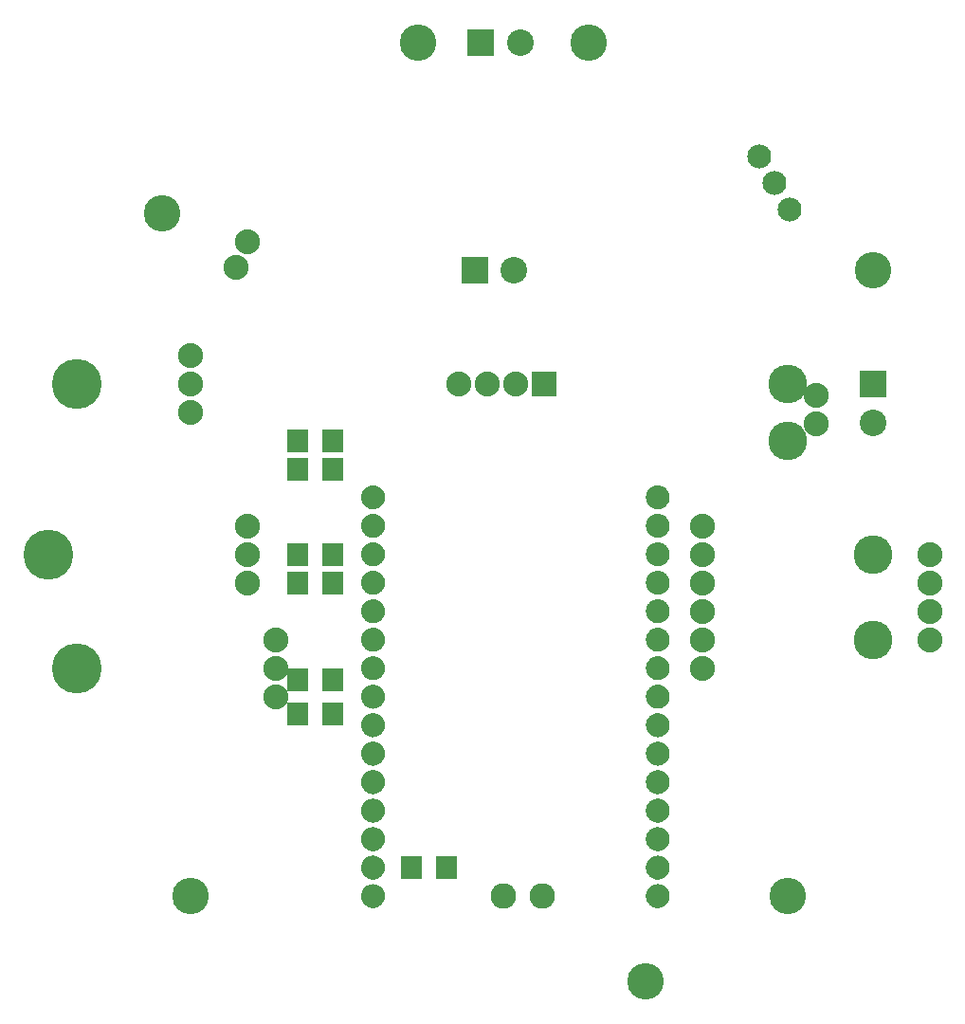
<source format=gbs>
G04 MADE WITH FRITZING*
G04 WWW.FRITZING.ORG*
G04 DOUBLE SIDED*
G04 HOLES PLATED*
G04 CONTOUR ON CENTER OF CONTOUR VECTOR*
%ASAXBY*%
%FSLAX23Y23*%
%MOIN*%
%OFA0B0*%
%SFA1.0B1.0*%
%ADD10C,0.088000*%
%ADD11C,0.093307*%
%ADD12C,0.090000*%
%ADD13C,0.084000*%
%ADD14C,0.128110*%
%ADD15C,0.175354*%
%ADD16C,0.135984*%
%ADD17R,0.087986X0.087944*%
%ADD18R,0.093307X0.093307*%
%ADD19R,0.072992X0.084803*%
%ADD20C,0.030000*%
%ADD21R,0.001000X0.001000*%
%LNMASK0*%
G90*
G70*
G54D10*
X1895Y2359D03*
X1794Y2359D03*
X1694Y2359D03*
X1594Y2359D03*
X2450Y1859D03*
X2450Y1759D03*
X2450Y1659D03*
X2450Y1559D03*
X2450Y1459D03*
X2450Y1359D03*
G54D11*
X1650Y2759D03*
X1788Y2759D03*
X1650Y2759D03*
X1788Y2759D03*
X1672Y3559D03*
X1810Y3559D03*
G54D12*
X1750Y559D03*
X1888Y559D03*
X1750Y559D03*
X1888Y559D03*
G54D13*
X2650Y3159D03*
X2704Y3067D03*
X2758Y2974D03*
G54D10*
X3250Y1759D03*
X3250Y1659D03*
X3250Y1559D03*
X3250Y1459D03*
X3250Y1759D03*
X3250Y1659D03*
X3250Y1559D03*
X3250Y1459D03*
X650Y2459D03*
X650Y2359D03*
X650Y2259D03*
X650Y2459D03*
X650Y2359D03*
X650Y2259D03*
X850Y1859D03*
X850Y1759D03*
X850Y1659D03*
X2850Y2318D03*
X2850Y2218D03*
X850Y2859D03*
X810Y2768D03*
X950Y1459D03*
X950Y1359D03*
X950Y1259D03*
G54D14*
X650Y559D03*
X3050Y2759D03*
X550Y2959D03*
X2750Y559D03*
G54D15*
X250Y1359D03*
X150Y1759D03*
X250Y2359D03*
G54D14*
X1450Y3559D03*
X2250Y259D03*
G54D16*
X3050Y1759D03*
X3050Y1459D03*
X2750Y2159D03*
X2750Y2359D03*
G54D14*
X2050Y3559D03*
G54D11*
X3050Y2359D03*
X3050Y2221D03*
G54D17*
X1895Y2359D03*
G54D18*
X1650Y2759D03*
X1650Y2759D03*
X1672Y3559D03*
G54D19*
X1150Y1199D03*
X1028Y1199D03*
X1150Y1659D03*
X1028Y1659D03*
X1150Y1759D03*
X1028Y1759D03*
X1550Y659D03*
X1428Y659D03*
X1150Y1319D03*
X1028Y1319D03*
X1150Y2059D03*
X1028Y2059D03*
X1150Y2159D03*
X1028Y2159D03*
G54D18*
X3050Y2359D03*
G54D20*
G36*
X1720Y589D02*
X1780Y589D01*
X1780Y529D01*
X1720Y529D01*
X1720Y589D01*
G37*
D02*
G36*
X1720Y589D02*
X1780Y589D01*
X1780Y529D01*
X1720Y529D01*
X1720Y589D01*
G37*
D02*
G54D21*
X1286Y2002D02*
X1301Y2002D01*
X2287Y2002D02*
X2302Y2002D01*
X1282Y2001D02*
X1305Y2001D01*
X2283Y2001D02*
X2306Y2001D01*
X1279Y2000D02*
X1308Y2000D01*
X2280Y2000D02*
X2309Y2000D01*
X1276Y1999D02*
X1310Y1999D01*
X2278Y1999D02*
X2312Y1999D01*
X1274Y1998D02*
X1312Y1998D01*
X2276Y1998D02*
X2314Y1998D01*
X1273Y1997D02*
X1314Y1997D01*
X2274Y1997D02*
X2315Y1997D01*
X1271Y1996D02*
X1316Y1996D01*
X2272Y1996D02*
X2317Y1996D01*
X1270Y1995D02*
X1317Y1995D01*
X2271Y1995D02*
X2318Y1995D01*
X1268Y1994D02*
X1318Y1994D01*
X2269Y1994D02*
X2320Y1994D01*
X1267Y1993D02*
X1320Y1993D01*
X2268Y1993D02*
X2321Y1993D01*
X1266Y1992D02*
X1321Y1992D01*
X2267Y1992D02*
X2322Y1992D01*
X1265Y1991D02*
X1322Y1991D01*
X2266Y1991D02*
X2323Y1991D01*
X1264Y1990D02*
X1323Y1990D01*
X2265Y1990D02*
X2324Y1990D01*
X1263Y1989D02*
X1324Y1989D01*
X2264Y1989D02*
X2325Y1989D01*
X1262Y1988D02*
X1325Y1988D01*
X2263Y1988D02*
X2326Y1988D01*
X1261Y1987D02*
X1326Y1987D01*
X2262Y1987D02*
X2327Y1987D01*
X1260Y1986D02*
X1326Y1986D01*
X2262Y1986D02*
X2328Y1986D01*
X1260Y1985D02*
X1327Y1985D01*
X2261Y1985D02*
X2328Y1985D01*
X1259Y1984D02*
X1328Y1984D01*
X2260Y1984D02*
X2329Y1984D01*
X1258Y1983D02*
X1328Y1983D01*
X2259Y1983D02*
X2330Y1983D01*
X1258Y1982D02*
X1329Y1982D01*
X2259Y1982D02*
X2330Y1982D01*
X1257Y1981D02*
X1330Y1981D01*
X2258Y1981D02*
X2331Y1981D01*
X1256Y1980D02*
X1330Y1980D01*
X2258Y1980D02*
X2331Y1980D01*
X1256Y1979D02*
X1331Y1979D01*
X2257Y1979D02*
X2332Y1979D01*
X1255Y1978D02*
X1331Y1978D01*
X2257Y1978D02*
X2332Y1978D01*
X1255Y1977D02*
X1332Y1977D01*
X2256Y1977D02*
X2333Y1977D01*
X1255Y1976D02*
X1332Y1976D01*
X2256Y1976D02*
X2333Y1976D01*
X1254Y1975D02*
X1332Y1975D01*
X2256Y1975D02*
X2334Y1975D01*
X1254Y1974D02*
X1333Y1974D01*
X2255Y1974D02*
X2334Y1974D01*
X1254Y1973D02*
X1333Y1973D01*
X2255Y1973D02*
X2334Y1973D01*
X1253Y1972D02*
X1333Y1972D01*
X2255Y1972D02*
X2335Y1972D01*
X1253Y1971D02*
X1333Y1971D01*
X2254Y1971D02*
X2335Y1971D01*
X1253Y1970D02*
X1334Y1970D01*
X2254Y1970D02*
X2335Y1970D01*
X1253Y1969D02*
X1334Y1969D01*
X2254Y1969D02*
X2335Y1969D01*
X1252Y1968D02*
X1334Y1968D01*
X2254Y1968D02*
X2335Y1968D01*
X1252Y1967D02*
X1334Y1967D01*
X2254Y1967D02*
X2336Y1967D01*
X1252Y1966D02*
X1334Y1966D01*
X2253Y1966D02*
X2336Y1966D01*
X1252Y1965D02*
X1335Y1965D01*
X2253Y1965D02*
X2336Y1965D01*
X1252Y1964D02*
X1335Y1964D01*
X2253Y1964D02*
X2336Y1964D01*
X1252Y1963D02*
X1335Y1963D01*
X2253Y1963D02*
X2336Y1963D01*
X1252Y1962D02*
X1335Y1962D01*
X2253Y1962D02*
X2336Y1962D01*
X1252Y1961D02*
X1335Y1961D01*
X2253Y1961D02*
X2336Y1961D01*
X1252Y1960D02*
X1335Y1960D01*
X2253Y1960D02*
X2336Y1960D01*
X1252Y1959D02*
X1335Y1959D01*
X2253Y1959D02*
X2336Y1959D01*
X1252Y1958D02*
X1335Y1958D01*
X2253Y1958D02*
X2336Y1958D01*
X1252Y1957D02*
X1335Y1957D01*
X2253Y1957D02*
X2336Y1957D01*
X1252Y1956D02*
X1334Y1956D01*
X2253Y1956D02*
X2336Y1956D01*
X1252Y1955D02*
X1334Y1955D01*
X2254Y1955D02*
X2336Y1955D01*
X1252Y1954D02*
X1334Y1954D01*
X2254Y1954D02*
X2335Y1954D01*
X1253Y1953D02*
X1334Y1953D01*
X2254Y1953D02*
X2335Y1953D01*
X1253Y1952D02*
X1334Y1952D01*
X2254Y1952D02*
X2335Y1952D01*
X1253Y1951D02*
X1334Y1951D01*
X2254Y1951D02*
X2335Y1951D01*
X1253Y1950D02*
X1333Y1950D01*
X2255Y1950D02*
X2335Y1950D01*
X1254Y1949D02*
X1333Y1949D01*
X2255Y1949D02*
X2334Y1949D01*
X1254Y1948D02*
X1333Y1948D01*
X2255Y1948D02*
X2334Y1948D01*
X1254Y1947D02*
X1332Y1947D01*
X2255Y1947D02*
X2334Y1947D01*
X1254Y1946D02*
X1332Y1946D01*
X2256Y1946D02*
X2333Y1946D01*
X1255Y1945D02*
X1332Y1945D01*
X2256Y1945D02*
X2333Y1945D01*
X1255Y1944D02*
X1331Y1944D01*
X2257Y1944D02*
X2333Y1944D01*
X1256Y1943D02*
X1331Y1943D01*
X2257Y1943D02*
X2332Y1943D01*
X1256Y1942D02*
X1330Y1942D01*
X2258Y1942D02*
X2332Y1942D01*
X1257Y1941D02*
X1330Y1941D01*
X2258Y1941D02*
X2331Y1941D01*
X1257Y1940D02*
X1329Y1940D01*
X2259Y1940D02*
X2331Y1940D01*
X1258Y1939D02*
X1329Y1939D01*
X2259Y1939D02*
X2330Y1939D01*
X1259Y1938D02*
X1328Y1938D01*
X2260Y1938D02*
X2329Y1938D01*
X1259Y1937D02*
X1327Y1937D01*
X2261Y1937D02*
X2329Y1937D01*
X1260Y1936D02*
X1327Y1936D01*
X2261Y1936D02*
X2328Y1936D01*
X1261Y1935D02*
X1326Y1935D01*
X2262Y1935D02*
X2327Y1935D01*
X1261Y1934D02*
X1325Y1934D01*
X2263Y1934D02*
X2326Y1934D01*
X1262Y1933D02*
X1324Y1933D01*
X2264Y1933D02*
X2326Y1933D01*
X1263Y1932D02*
X1323Y1932D01*
X2265Y1932D02*
X2325Y1932D01*
X1264Y1931D02*
X1322Y1931D01*
X2265Y1931D02*
X2324Y1931D01*
X1265Y1930D02*
X1321Y1930D01*
X2267Y1930D02*
X2323Y1930D01*
X1266Y1929D02*
X1320Y1929D01*
X2268Y1929D02*
X2322Y1929D01*
X1268Y1928D02*
X1319Y1928D01*
X2269Y1928D02*
X2320Y1928D01*
X1269Y1927D02*
X1318Y1927D01*
X2270Y1927D02*
X2319Y1927D01*
X1270Y1926D02*
X1316Y1926D01*
X2272Y1926D02*
X2318Y1926D01*
X1272Y1925D02*
X1315Y1925D01*
X2273Y1925D02*
X2316Y1925D01*
X1274Y1924D02*
X1313Y1924D01*
X2275Y1924D02*
X2314Y1924D01*
X1275Y1923D02*
X1311Y1923D01*
X2277Y1923D02*
X2312Y1923D01*
X1278Y1922D02*
X1309Y1922D01*
X2279Y1922D02*
X2310Y1922D01*
X1280Y1921D02*
X1306Y1921D01*
X2282Y1921D02*
X2307Y1921D01*
X1284Y1920D02*
X1303Y1920D01*
X2285Y1920D02*
X2304Y1920D01*
X1290Y1919D02*
X1297Y1919D01*
X2291Y1919D02*
X2298Y1919D01*
X1287Y1902D02*
X1300Y1902D01*
X2288Y1902D02*
X2301Y1902D01*
X1282Y1901D02*
X1304Y1901D01*
X2283Y1901D02*
X2306Y1901D01*
X1279Y1900D02*
X1308Y1900D01*
X2280Y1900D02*
X2309Y1900D01*
X1277Y1899D02*
X1310Y1899D01*
X2278Y1899D02*
X2311Y1899D01*
X1275Y1898D02*
X1312Y1898D01*
X2276Y1898D02*
X2313Y1898D01*
X1273Y1897D02*
X1314Y1897D01*
X2274Y1897D02*
X2315Y1897D01*
X1271Y1896D02*
X1315Y1896D01*
X2272Y1896D02*
X2317Y1896D01*
X1270Y1895D02*
X1317Y1895D01*
X2271Y1895D02*
X2318Y1895D01*
X1268Y1894D02*
X1318Y1894D01*
X2270Y1894D02*
X2320Y1894D01*
X1267Y1893D02*
X1320Y1893D01*
X2268Y1893D02*
X2321Y1893D01*
X1266Y1892D02*
X1321Y1892D01*
X2267Y1892D02*
X2322Y1892D01*
X1265Y1891D02*
X1322Y1891D01*
X2266Y1891D02*
X2323Y1891D01*
X1264Y1890D02*
X1323Y1890D01*
X2265Y1890D02*
X2324Y1890D01*
X1263Y1889D02*
X1324Y1889D01*
X2264Y1889D02*
X2325Y1889D01*
X1262Y1888D02*
X1325Y1888D01*
X2263Y1888D02*
X2326Y1888D01*
X1261Y1887D02*
X1326Y1887D01*
X2262Y1887D02*
X2327Y1887D01*
X1260Y1886D02*
X1326Y1886D01*
X2262Y1886D02*
X2328Y1886D01*
X1260Y1885D02*
X1327Y1885D01*
X2261Y1885D02*
X2328Y1885D01*
X1259Y1884D02*
X1328Y1884D01*
X2260Y1884D02*
X2329Y1884D01*
X1258Y1883D02*
X1328Y1883D01*
X2260Y1883D02*
X2330Y1883D01*
X1258Y1882D02*
X1329Y1882D01*
X2259Y1882D02*
X2330Y1882D01*
X1257Y1881D02*
X1330Y1881D01*
X2258Y1881D02*
X2331Y1881D01*
X1257Y1880D02*
X1330Y1880D01*
X2258Y1880D02*
X2331Y1880D01*
X1256Y1879D02*
X1331Y1879D01*
X2257Y1879D02*
X2332Y1879D01*
X1256Y1878D02*
X1331Y1878D01*
X2257Y1878D02*
X2332Y1878D01*
X1255Y1877D02*
X1332Y1877D01*
X2256Y1877D02*
X2333Y1877D01*
X1255Y1876D02*
X1332Y1876D01*
X2256Y1876D02*
X2333Y1876D01*
X1254Y1875D02*
X1332Y1875D01*
X2256Y1875D02*
X2334Y1875D01*
X1254Y1874D02*
X1333Y1874D01*
X2255Y1874D02*
X2334Y1874D01*
X1254Y1873D02*
X1333Y1873D01*
X2255Y1873D02*
X2334Y1873D01*
X1253Y1872D02*
X1333Y1872D01*
X2255Y1872D02*
X2334Y1872D01*
X1253Y1871D02*
X1333Y1871D01*
X2254Y1871D02*
X2335Y1871D01*
X1253Y1870D02*
X1334Y1870D01*
X2254Y1870D02*
X2335Y1870D01*
X1253Y1869D02*
X1334Y1869D01*
X2254Y1869D02*
X2335Y1869D01*
X1252Y1868D02*
X1334Y1868D01*
X2254Y1868D02*
X2335Y1868D01*
X1252Y1867D02*
X1334Y1867D01*
X2254Y1867D02*
X2336Y1867D01*
X1252Y1866D02*
X1334Y1866D01*
X2253Y1866D02*
X2336Y1866D01*
X1252Y1865D02*
X1335Y1865D01*
X2253Y1865D02*
X2336Y1865D01*
X1252Y1864D02*
X1335Y1864D01*
X2253Y1864D02*
X2336Y1864D01*
X1252Y1863D02*
X1335Y1863D01*
X2253Y1863D02*
X2336Y1863D01*
X1252Y1862D02*
X1335Y1862D01*
X2253Y1862D02*
X2336Y1862D01*
X1252Y1861D02*
X1335Y1861D01*
X2253Y1861D02*
X2336Y1861D01*
X1252Y1860D02*
X1335Y1860D01*
X2253Y1860D02*
X2336Y1860D01*
X1252Y1859D02*
X1335Y1859D01*
X2253Y1859D02*
X2336Y1859D01*
X1252Y1858D02*
X1335Y1858D01*
X2253Y1858D02*
X2336Y1858D01*
X1252Y1857D02*
X1335Y1857D01*
X2253Y1857D02*
X2336Y1857D01*
X1252Y1856D02*
X1335Y1856D01*
X2253Y1856D02*
X2336Y1856D01*
X1252Y1855D02*
X1334Y1855D01*
X2254Y1855D02*
X2336Y1855D01*
X1252Y1854D02*
X1334Y1854D01*
X2254Y1854D02*
X2335Y1854D01*
X1253Y1853D02*
X1334Y1853D01*
X2254Y1853D02*
X2335Y1853D01*
X1253Y1852D02*
X1334Y1852D01*
X2254Y1852D02*
X2335Y1852D01*
X1253Y1851D02*
X1334Y1851D01*
X2254Y1851D02*
X2335Y1851D01*
X1253Y1850D02*
X1333Y1850D01*
X2255Y1850D02*
X2335Y1850D01*
X1253Y1849D02*
X1333Y1849D01*
X2255Y1849D02*
X2334Y1849D01*
X1254Y1848D02*
X1333Y1848D01*
X2255Y1848D02*
X2334Y1848D01*
X1254Y1847D02*
X1332Y1847D01*
X2255Y1847D02*
X2334Y1847D01*
X1254Y1846D02*
X1332Y1846D01*
X2256Y1846D02*
X2333Y1846D01*
X1255Y1845D02*
X1332Y1845D01*
X2256Y1845D02*
X2333Y1845D01*
X1255Y1844D02*
X1331Y1844D01*
X2256Y1844D02*
X2333Y1844D01*
X1256Y1843D02*
X1331Y1843D01*
X2257Y1843D02*
X2332Y1843D01*
X1256Y1842D02*
X1330Y1842D01*
X2257Y1842D02*
X2332Y1842D01*
X1257Y1841D02*
X1330Y1841D01*
X2258Y1841D02*
X2331Y1841D01*
X1257Y1840D02*
X1329Y1840D01*
X2259Y1840D02*
X2331Y1840D01*
X1258Y1839D02*
X1329Y1839D01*
X2259Y1839D02*
X2330Y1839D01*
X1259Y1838D02*
X1328Y1838D01*
X2260Y1838D02*
X2329Y1838D01*
X1259Y1837D02*
X1327Y1837D01*
X2260Y1837D02*
X2329Y1837D01*
X1260Y1836D02*
X1327Y1836D01*
X2261Y1836D02*
X2328Y1836D01*
X1261Y1835D02*
X1326Y1835D01*
X2262Y1835D02*
X2327Y1835D01*
X1261Y1834D02*
X1325Y1834D01*
X2263Y1834D02*
X2327Y1834D01*
X1262Y1833D02*
X1324Y1833D01*
X2264Y1833D02*
X2326Y1833D01*
X1263Y1832D02*
X1323Y1832D01*
X2264Y1832D02*
X2325Y1832D01*
X1264Y1831D02*
X1323Y1831D01*
X2265Y1831D02*
X2324Y1831D01*
X1265Y1830D02*
X1321Y1830D01*
X2266Y1830D02*
X2323Y1830D01*
X1266Y1829D02*
X1320Y1829D01*
X2268Y1829D02*
X2322Y1829D01*
X1267Y1828D02*
X1319Y1828D01*
X2269Y1828D02*
X2320Y1828D01*
X1269Y1827D02*
X1318Y1827D01*
X2270Y1827D02*
X2319Y1827D01*
X1270Y1826D02*
X1316Y1826D01*
X2271Y1826D02*
X2318Y1826D01*
X1272Y1825D02*
X1315Y1825D01*
X2273Y1825D02*
X2316Y1825D01*
X1273Y1824D02*
X1313Y1824D01*
X2275Y1824D02*
X2315Y1824D01*
X1275Y1823D02*
X1311Y1823D01*
X2277Y1823D02*
X2313Y1823D01*
X1277Y1822D02*
X1309Y1822D01*
X2279Y1822D02*
X2311Y1822D01*
X1280Y1821D02*
X1307Y1821D01*
X2281Y1821D02*
X2308Y1821D01*
X1284Y1820D02*
X1303Y1820D01*
X2285Y1820D02*
X2304Y1820D01*
X1289Y1819D02*
X1298Y1819D01*
X2290Y1819D02*
X2299Y1819D01*
X1287Y1802D02*
X1299Y1802D01*
X2289Y1802D02*
X2301Y1802D01*
X1283Y1801D02*
X1304Y1801D01*
X2284Y1801D02*
X2305Y1801D01*
X1279Y1800D02*
X1307Y1800D01*
X2281Y1800D02*
X2308Y1800D01*
X1277Y1799D02*
X1310Y1799D01*
X2278Y1799D02*
X2311Y1799D01*
X1275Y1798D02*
X1312Y1798D01*
X2276Y1798D02*
X2313Y1798D01*
X1273Y1797D02*
X1314Y1797D01*
X2274Y1797D02*
X2315Y1797D01*
X1271Y1796D02*
X1315Y1796D01*
X2273Y1796D02*
X2317Y1796D01*
X1270Y1795D02*
X1317Y1795D01*
X2271Y1795D02*
X2318Y1795D01*
X1268Y1794D02*
X1318Y1794D01*
X2270Y1794D02*
X2319Y1794D01*
X1267Y1793D02*
X1319Y1793D01*
X2268Y1793D02*
X2321Y1793D01*
X1266Y1792D02*
X1321Y1792D01*
X2267Y1792D02*
X2322Y1792D01*
X1265Y1791D02*
X1322Y1791D01*
X2266Y1791D02*
X2323Y1791D01*
X1264Y1790D02*
X1323Y1790D01*
X2265Y1790D02*
X2324Y1790D01*
X1263Y1789D02*
X1324Y1789D01*
X2264Y1789D02*
X2325Y1789D01*
X1262Y1788D02*
X1325Y1788D01*
X2263Y1788D02*
X2326Y1788D01*
X1261Y1787D02*
X1325Y1787D01*
X2262Y1787D02*
X2327Y1787D01*
X1260Y1786D02*
X1326Y1786D01*
X2262Y1786D02*
X2327Y1786D01*
X1260Y1785D02*
X1327Y1785D01*
X2261Y1785D02*
X2328Y1785D01*
X1259Y1784D02*
X1328Y1784D01*
X2260Y1784D02*
X2329Y1784D01*
X1258Y1783D02*
X1328Y1783D01*
X2260Y1783D02*
X2330Y1783D01*
X1258Y1782D02*
X1329Y1782D01*
X2259Y1782D02*
X2330Y1782D01*
X1257Y1781D02*
X1329Y1781D01*
X2258Y1781D02*
X2331Y1781D01*
X1257Y1780D02*
X1330Y1780D01*
X2258Y1780D02*
X2331Y1780D01*
X1256Y1779D02*
X1331Y1779D01*
X2257Y1779D02*
X2332Y1779D01*
X1256Y1778D02*
X1331Y1778D01*
X2257Y1778D02*
X2332Y1778D01*
X1255Y1777D02*
X1331Y1777D01*
X2256Y1777D02*
X2333Y1777D01*
X1255Y1776D02*
X1332Y1776D01*
X2256Y1776D02*
X2333Y1776D01*
X1254Y1775D02*
X1332Y1775D01*
X2256Y1775D02*
X2334Y1775D01*
X1254Y1774D02*
X1333Y1774D01*
X2255Y1774D02*
X2334Y1774D01*
X1254Y1773D02*
X1333Y1773D01*
X2255Y1773D02*
X2334Y1773D01*
X1253Y1772D02*
X1333Y1772D01*
X2255Y1772D02*
X2334Y1772D01*
X1253Y1771D02*
X1333Y1771D01*
X2254Y1771D02*
X2335Y1771D01*
X1253Y1770D02*
X1334Y1770D01*
X2254Y1770D02*
X2335Y1770D01*
X1253Y1769D02*
X1334Y1769D01*
X2254Y1769D02*
X2335Y1769D01*
X1253Y1768D02*
X1334Y1768D01*
X2254Y1768D02*
X2335Y1768D01*
X1252Y1767D02*
X1334Y1767D01*
X2254Y1767D02*
X2336Y1767D01*
X1252Y1766D02*
X1334Y1766D01*
X2253Y1766D02*
X2336Y1766D01*
X1252Y1765D02*
X1335Y1765D01*
X2253Y1765D02*
X2336Y1765D01*
X1252Y1764D02*
X1335Y1764D01*
X2253Y1764D02*
X2336Y1764D01*
X1252Y1763D02*
X1335Y1763D01*
X2253Y1763D02*
X2336Y1763D01*
X1252Y1762D02*
X1335Y1762D01*
X2253Y1762D02*
X2336Y1762D01*
X1252Y1761D02*
X1335Y1761D01*
X2253Y1761D02*
X2336Y1761D01*
X1252Y1760D02*
X1335Y1760D01*
X2253Y1760D02*
X2336Y1760D01*
X1252Y1759D02*
X1335Y1759D01*
X2253Y1759D02*
X2336Y1759D01*
X1252Y1758D02*
X1335Y1758D01*
X2253Y1758D02*
X2336Y1758D01*
X1252Y1757D02*
X1335Y1757D01*
X2253Y1757D02*
X2336Y1757D01*
X1252Y1756D02*
X1335Y1756D01*
X2253Y1756D02*
X2336Y1756D01*
X1252Y1755D02*
X1334Y1755D01*
X2253Y1755D02*
X2336Y1755D01*
X1252Y1754D02*
X1334Y1754D01*
X2254Y1754D02*
X2336Y1754D01*
X1253Y1753D02*
X1334Y1753D01*
X2254Y1753D02*
X2335Y1753D01*
X1253Y1752D02*
X1334Y1752D01*
X2254Y1752D02*
X2335Y1752D01*
X1253Y1751D02*
X1334Y1751D01*
X2254Y1751D02*
X2335Y1751D01*
X1253Y1750D02*
X1333Y1750D01*
X2254Y1750D02*
X2335Y1750D01*
X1253Y1749D02*
X1333Y1749D01*
X2255Y1749D02*
X2334Y1749D01*
X1254Y1748D02*
X1333Y1748D01*
X2255Y1748D02*
X2334Y1748D01*
X1254Y1747D02*
X1333Y1747D01*
X2255Y1747D02*
X2334Y1747D01*
X1254Y1746D02*
X1332Y1746D01*
X2256Y1746D02*
X2333Y1746D01*
X1255Y1745D02*
X1332Y1745D01*
X2256Y1745D02*
X2333Y1745D01*
X1255Y1744D02*
X1331Y1744D01*
X2256Y1744D02*
X2333Y1744D01*
X1256Y1743D02*
X1331Y1743D01*
X2257Y1743D02*
X2332Y1743D01*
X1256Y1742D02*
X1330Y1742D01*
X2257Y1742D02*
X2332Y1742D01*
X1257Y1741D02*
X1330Y1741D01*
X2258Y1741D02*
X2331Y1741D01*
X1257Y1740D02*
X1329Y1740D01*
X2258Y1740D02*
X2331Y1740D01*
X1258Y1739D02*
X1329Y1739D01*
X2259Y1739D02*
X2330Y1739D01*
X1258Y1738D02*
X1328Y1738D01*
X2260Y1738D02*
X2329Y1738D01*
X1259Y1737D02*
X1328Y1737D01*
X2260Y1737D02*
X2329Y1737D01*
X1260Y1736D02*
X1327Y1736D01*
X2261Y1736D02*
X2328Y1736D01*
X1261Y1735D02*
X1326Y1735D01*
X2262Y1735D02*
X2327Y1735D01*
X1261Y1734D02*
X1325Y1734D01*
X2263Y1734D02*
X2327Y1734D01*
X1262Y1733D02*
X1324Y1733D01*
X2263Y1733D02*
X2326Y1733D01*
X1263Y1732D02*
X1324Y1732D01*
X2264Y1732D02*
X2325Y1732D01*
X1264Y1731D02*
X1323Y1731D01*
X2265Y1731D02*
X2324Y1731D01*
X1265Y1730D02*
X1322Y1730D01*
X2266Y1730D02*
X2323Y1730D01*
X1266Y1729D02*
X1320Y1729D01*
X2267Y1729D02*
X2322Y1729D01*
X1267Y1728D02*
X1319Y1728D01*
X2269Y1728D02*
X2321Y1728D01*
X1269Y1727D02*
X1318Y1727D01*
X2270Y1727D02*
X2319Y1727D01*
X1270Y1726D02*
X1317Y1726D01*
X2271Y1726D02*
X2318Y1726D01*
X1272Y1725D02*
X1315Y1725D01*
X2273Y1725D02*
X2316Y1725D01*
X1273Y1724D02*
X1313Y1724D01*
X2274Y1724D02*
X2315Y1724D01*
X1275Y1723D02*
X1312Y1723D01*
X2276Y1723D02*
X2313Y1723D01*
X1277Y1722D02*
X1310Y1722D01*
X2278Y1722D02*
X2311Y1722D01*
X1280Y1721D02*
X1307Y1721D01*
X2281Y1721D02*
X2308Y1721D01*
X1283Y1720D02*
X1304Y1720D01*
X2284Y1720D02*
X2305Y1720D01*
X1288Y1719D02*
X1298Y1719D01*
X2289Y1719D02*
X2300Y1719D01*
X1288Y1702D02*
X1298Y1702D01*
X2289Y1702D02*
X2300Y1702D01*
X1283Y1701D02*
X1303Y1701D01*
X2284Y1701D02*
X2305Y1701D01*
X1280Y1700D02*
X1307Y1700D01*
X2281Y1700D02*
X2308Y1700D01*
X1277Y1699D02*
X1310Y1699D01*
X2278Y1699D02*
X2311Y1699D01*
X1275Y1698D02*
X1312Y1698D01*
X2276Y1698D02*
X2313Y1698D01*
X1273Y1697D02*
X1313Y1697D01*
X2274Y1697D02*
X2315Y1697D01*
X1272Y1696D02*
X1315Y1696D01*
X2273Y1696D02*
X2316Y1696D01*
X1270Y1695D02*
X1317Y1695D01*
X2271Y1695D02*
X2318Y1695D01*
X1269Y1694D02*
X1318Y1694D01*
X2270Y1694D02*
X2319Y1694D01*
X1267Y1693D02*
X1319Y1693D01*
X2269Y1693D02*
X2321Y1693D01*
X1266Y1692D02*
X1320Y1692D01*
X2267Y1692D02*
X2322Y1692D01*
X1265Y1691D02*
X1322Y1691D01*
X2266Y1691D02*
X2323Y1691D01*
X1264Y1690D02*
X1323Y1690D01*
X2265Y1690D02*
X2324Y1690D01*
X1263Y1689D02*
X1324Y1689D01*
X2264Y1689D02*
X2325Y1689D01*
X1262Y1688D02*
X1324Y1688D01*
X2263Y1688D02*
X2326Y1688D01*
X1261Y1687D02*
X1325Y1687D01*
X2263Y1687D02*
X2327Y1687D01*
X1261Y1686D02*
X1326Y1686D01*
X2262Y1686D02*
X2327Y1686D01*
X1260Y1685D02*
X1327Y1685D01*
X2261Y1685D02*
X2328Y1685D01*
X1259Y1684D02*
X1328Y1684D01*
X2260Y1684D02*
X2329Y1684D01*
X1258Y1683D02*
X1328Y1683D01*
X2260Y1683D02*
X2329Y1683D01*
X1258Y1682D02*
X1329Y1682D01*
X2259Y1682D02*
X2330Y1682D01*
X1257Y1681D02*
X1329Y1681D01*
X2258Y1681D02*
X2331Y1681D01*
X1257Y1680D02*
X1330Y1680D01*
X2258Y1680D02*
X2331Y1680D01*
X1256Y1679D02*
X1330Y1679D01*
X2257Y1679D02*
X2332Y1679D01*
X1256Y1678D02*
X1331Y1678D01*
X2257Y1678D02*
X2332Y1678D01*
X1255Y1677D02*
X1331Y1677D01*
X2256Y1677D02*
X2333Y1677D01*
X1255Y1676D02*
X1332Y1676D01*
X2256Y1676D02*
X2333Y1676D01*
X1254Y1675D02*
X1332Y1675D01*
X2256Y1675D02*
X2333Y1675D01*
X1254Y1674D02*
X1333Y1674D01*
X2255Y1674D02*
X2334Y1674D01*
X1254Y1673D02*
X1333Y1673D01*
X2255Y1673D02*
X2334Y1673D01*
X1253Y1672D02*
X1333Y1672D01*
X2255Y1672D02*
X2334Y1672D01*
X1253Y1671D02*
X1333Y1671D01*
X2254Y1671D02*
X2335Y1671D01*
X1253Y1670D02*
X1334Y1670D01*
X2254Y1670D02*
X2335Y1670D01*
X1253Y1669D02*
X1334Y1669D01*
X2254Y1669D02*
X2335Y1669D01*
X1253Y1668D02*
X1334Y1668D01*
X2254Y1668D02*
X2335Y1668D01*
X1252Y1667D02*
X1334Y1667D01*
X2254Y1667D02*
X2336Y1667D01*
X1252Y1666D02*
X1334Y1666D01*
X2253Y1666D02*
X2336Y1666D01*
X1252Y1665D02*
X1335Y1665D01*
X2253Y1665D02*
X2336Y1665D01*
X1252Y1664D02*
X1335Y1664D01*
X2253Y1664D02*
X2336Y1664D01*
X1252Y1663D02*
X1335Y1663D01*
X2253Y1663D02*
X2336Y1663D01*
X1252Y1662D02*
X1335Y1662D01*
X2253Y1662D02*
X2336Y1662D01*
X1252Y1661D02*
X1335Y1661D01*
X2253Y1661D02*
X2336Y1661D01*
X1252Y1660D02*
X1335Y1660D01*
X2253Y1660D02*
X2336Y1660D01*
X1252Y1659D02*
X1335Y1659D01*
X2253Y1659D02*
X2336Y1659D01*
X1252Y1658D02*
X1335Y1658D01*
X2253Y1658D02*
X2336Y1658D01*
X1252Y1657D02*
X1335Y1657D01*
X2253Y1657D02*
X2336Y1657D01*
X1252Y1656D02*
X1335Y1656D01*
X2253Y1656D02*
X2336Y1656D01*
X1252Y1655D02*
X1334Y1655D01*
X2253Y1655D02*
X2336Y1655D01*
X1252Y1654D02*
X1334Y1654D01*
X2254Y1654D02*
X2336Y1654D01*
X1253Y1653D02*
X1334Y1653D01*
X2254Y1653D02*
X2335Y1653D01*
X1253Y1652D02*
X1334Y1652D01*
X2254Y1652D02*
X2335Y1652D01*
X1253Y1651D02*
X1334Y1651D01*
X2254Y1651D02*
X2335Y1651D01*
X1253Y1650D02*
X1333Y1650D01*
X2254Y1650D02*
X2335Y1650D01*
X1253Y1649D02*
X1333Y1649D01*
X2255Y1649D02*
X2334Y1649D01*
X1254Y1648D02*
X1333Y1648D01*
X2255Y1648D02*
X2334Y1648D01*
X1254Y1647D02*
X1333Y1647D01*
X2255Y1647D02*
X2334Y1647D01*
X1254Y1646D02*
X1332Y1646D01*
X2256Y1646D02*
X2334Y1646D01*
X1255Y1645D02*
X1332Y1645D01*
X2256Y1645D02*
X2333Y1645D01*
X1255Y1644D02*
X1331Y1644D01*
X2256Y1644D02*
X2333Y1644D01*
X1256Y1643D02*
X1331Y1643D01*
X2257Y1643D02*
X2332Y1643D01*
X1256Y1642D02*
X1331Y1642D01*
X2257Y1642D02*
X2332Y1642D01*
X1257Y1641D02*
X1330Y1641D01*
X2258Y1641D02*
X2331Y1641D01*
X1257Y1640D02*
X1329Y1640D01*
X2258Y1640D02*
X2331Y1640D01*
X1258Y1639D02*
X1329Y1639D01*
X2259Y1639D02*
X2330Y1639D01*
X1258Y1638D02*
X1328Y1638D01*
X2260Y1638D02*
X2330Y1638D01*
X1259Y1637D02*
X1328Y1637D01*
X2260Y1637D02*
X2329Y1637D01*
X1260Y1636D02*
X1327Y1636D01*
X2261Y1636D02*
X2328Y1636D01*
X1260Y1635D02*
X1326Y1635D01*
X2262Y1635D02*
X2327Y1635D01*
X1261Y1634D02*
X1325Y1634D01*
X2262Y1634D02*
X2327Y1634D01*
X1262Y1633D02*
X1325Y1633D01*
X2263Y1633D02*
X2326Y1633D01*
X1263Y1632D02*
X1324Y1632D01*
X2264Y1632D02*
X2325Y1632D01*
X1264Y1631D02*
X1323Y1631D01*
X2265Y1631D02*
X2324Y1631D01*
X1265Y1630D02*
X1322Y1630D01*
X2266Y1630D02*
X2323Y1630D01*
X1266Y1629D02*
X1321Y1629D01*
X2267Y1629D02*
X2322Y1629D01*
X1267Y1628D02*
X1319Y1628D01*
X2268Y1628D02*
X2321Y1628D01*
X1268Y1627D02*
X1318Y1627D01*
X2270Y1627D02*
X2319Y1627D01*
X1270Y1626D02*
X1317Y1626D01*
X2271Y1626D02*
X2318Y1626D01*
X1271Y1625D02*
X1315Y1625D01*
X2273Y1625D02*
X2317Y1625D01*
X1273Y1624D02*
X1314Y1624D01*
X2274Y1624D02*
X2315Y1624D01*
X1275Y1623D02*
X1312Y1623D01*
X2276Y1623D02*
X2313Y1623D01*
X1277Y1622D02*
X1310Y1622D01*
X2278Y1622D02*
X2311Y1622D01*
X1279Y1621D02*
X1307Y1621D01*
X2281Y1621D02*
X2308Y1621D01*
X1283Y1620D02*
X1304Y1620D01*
X2284Y1620D02*
X2305Y1620D01*
X1287Y1619D02*
X1299Y1619D01*
X2289Y1619D02*
X2301Y1619D01*
X1289Y1602D02*
X1298Y1602D01*
X2290Y1602D02*
X2299Y1602D01*
X1284Y1601D02*
X1303Y1601D01*
X2285Y1601D02*
X2304Y1601D01*
X1280Y1600D02*
X1307Y1600D01*
X2281Y1600D02*
X2308Y1600D01*
X1277Y1599D02*
X1309Y1599D01*
X2279Y1599D02*
X2311Y1599D01*
X1275Y1598D02*
X1311Y1598D01*
X2277Y1598D02*
X2313Y1598D01*
X1273Y1597D02*
X1313Y1597D01*
X2275Y1597D02*
X2315Y1597D01*
X1272Y1596D02*
X1315Y1596D01*
X2273Y1596D02*
X2316Y1596D01*
X1270Y1595D02*
X1316Y1595D01*
X2271Y1595D02*
X2318Y1595D01*
X1269Y1594D02*
X1318Y1594D01*
X2270Y1594D02*
X2319Y1594D01*
X1267Y1593D02*
X1319Y1593D01*
X2269Y1593D02*
X2320Y1593D01*
X1266Y1592D02*
X1320Y1592D01*
X2268Y1592D02*
X2322Y1592D01*
X1265Y1591D02*
X1321Y1591D01*
X2266Y1591D02*
X2323Y1591D01*
X1264Y1590D02*
X1323Y1590D01*
X2265Y1590D02*
X2324Y1590D01*
X1263Y1589D02*
X1323Y1589D01*
X2264Y1589D02*
X2325Y1589D01*
X1262Y1588D02*
X1324Y1588D01*
X2264Y1588D02*
X2326Y1588D01*
X1261Y1587D02*
X1325Y1587D01*
X2263Y1587D02*
X2327Y1587D01*
X1261Y1586D02*
X1326Y1586D01*
X2262Y1586D02*
X2327Y1586D01*
X1260Y1585D02*
X1327Y1585D01*
X2261Y1585D02*
X2328Y1585D01*
X1259Y1584D02*
X1327Y1584D01*
X2260Y1584D02*
X2329Y1584D01*
X1258Y1583D02*
X1328Y1583D01*
X2260Y1583D02*
X2329Y1583D01*
X1258Y1582D02*
X1329Y1582D01*
X2259Y1582D02*
X2330Y1582D01*
X1257Y1581D02*
X1329Y1581D01*
X2259Y1581D02*
X2331Y1581D01*
X1257Y1580D02*
X1330Y1580D01*
X2258Y1580D02*
X2331Y1580D01*
X1256Y1579D02*
X1330Y1579D01*
X2257Y1579D02*
X2332Y1579D01*
X1256Y1578D02*
X1331Y1578D01*
X2257Y1578D02*
X2332Y1578D01*
X1255Y1577D02*
X1331Y1577D01*
X2256Y1577D02*
X2333Y1577D01*
X1255Y1576D02*
X1332Y1576D01*
X2256Y1576D02*
X2333Y1576D01*
X1254Y1575D02*
X1332Y1575D01*
X2256Y1575D02*
X2333Y1575D01*
X1254Y1574D02*
X1332Y1574D01*
X2255Y1574D02*
X2334Y1574D01*
X1254Y1573D02*
X1333Y1573D01*
X2255Y1573D02*
X2334Y1573D01*
X1253Y1572D02*
X1333Y1572D01*
X2255Y1572D02*
X2334Y1572D01*
X1253Y1571D02*
X1333Y1571D01*
X2255Y1571D02*
X2335Y1571D01*
X1253Y1570D02*
X1334Y1570D01*
X2254Y1570D02*
X2335Y1570D01*
X1253Y1569D02*
X1334Y1569D01*
X2254Y1569D02*
X2335Y1569D01*
X1253Y1568D02*
X1334Y1568D01*
X2254Y1568D02*
X2335Y1568D01*
X1252Y1567D02*
X1334Y1567D01*
X2254Y1567D02*
X2335Y1567D01*
X1252Y1566D02*
X1334Y1566D01*
X2254Y1566D02*
X2336Y1566D01*
X1252Y1565D02*
X1335Y1565D01*
X2253Y1565D02*
X2336Y1565D01*
X1252Y1564D02*
X1335Y1564D01*
X2253Y1564D02*
X2336Y1564D01*
X1252Y1563D02*
X1335Y1563D01*
X2253Y1563D02*
X2336Y1563D01*
X1252Y1562D02*
X1335Y1562D01*
X2253Y1562D02*
X2336Y1562D01*
X1252Y1561D02*
X1335Y1561D01*
X2253Y1561D02*
X2336Y1561D01*
X1252Y1560D02*
X1335Y1560D01*
X2253Y1560D02*
X2336Y1560D01*
X1252Y1559D02*
X1335Y1559D01*
X2253Y1559D02*
X2336Y1559D01*
X1252Y1558D02*
X1335Y1558D01*
X2253Y1558D02*
X2336Y1558D01*
X1252Y1557D02*
X1335Y1557D01*
X2253Y1557D02*
X2336Y1557D01*
X1252Y1556D02*
X1335Y1556D01*
X2253Y1556D02*
X2336Y1556D01*
X1252Y1555D02*
X1334Y1555D01*
X2253Y1555D02*
X2336Y1555D01*
X1252Y1554D02*
X1334Y1554D01*
X2254Y1554D02*
X2336Y1554D01*
X1253Y1553D02*
X1334Y1553D01*
X2254Y1553D02*
X2335Y1553D01*
X1253Y1552D02*
X1334Y1552D01*
X2254Y1552D02*
X2335Y1552D01*
X1253Y1551D02*
X1334Y1551D01*
X2254Y1551D02*
X2335Y1551D01*
X1253Y1550D02*
X1333Y1550D01*
X2254Y1550D02*
X2335Y1550D01*
X1253Y1549D02*
X1333Y1549D01*
X2255Y1549D02*
X2334Y1549D01*
X1254Y1548D02*
X1333Y1548D01*
X2255Y1548D02*
X2334Y1548D01*
X1254Y1547D02*
X1333Y1547D01*
X2255Y1547D02*
X2334Y1547D01*
X1254Y1546D02*
X1332Y1546D01*
X2256Y1546D02*
X2334Y1546D01*
X1255Y1545D02*
X1332Y1545D01*
X2256Y1545D02*
X2333Y1545D01*
X1255Y1544D02*
X1332Y1544D01*
X2256Y1544D02*
X2333Y1544D01*
X1256Y1543D02*
X1331Y1543D01*
X2257Y1543D02*
X2332Y1543D01*
X1256Y1542D02*
X1331Y1542D01*
X2257Y1542D02*
X2332Y1542D01*
X1257Y1541D02*
X1330Y1541D01*
X2258Y1541D02*
X2331Y1541D01*
X1257Y1540D02*
X1330Y1540D01*
X2258Y1540D02*
X2331Y1540D01*
X1258Y1539D02*
X1329Y1539D01*
X2259Y1539D02*
X2330Y1539D01*
X1258Y1538D02*
X1328Y1538D01*
X2260Y1538D02*
X2330Y1538D01*
X1259Y1537D02*
X1328Y1537D01*
X2260Y1537D02*
X2329Y1537D01*
X1260Y1536D02*
X1327Y1536D01*
X2261Y1536D02*
X2328Y1536D01*
X1260Y1535D02*
X1326Y1535D01*
X2262Y1535D02*
X2328Y1535D01*
X1261Y1534D02*
X1325Y1534D01*
X2262Y1534D02*
X2327Y1534D01*
X1262Y1533D02*
X1325Y1533D01*
X2263Y1533D02*
X2326Y1533D01*
X1263Y1532D02*
X1324Y1532D01*
X2264Y1532D02*
X2325Y1532D01*
X1264Y1531D02*
X1323Y1531D01*
X2265Y1531D02*
X2324Y1531D01*
X1265Y1530D02*
X1322Y1530D01*
X2266Y1530D02*
X2323Y1530D01*
X1266Y1529D02*
X1321Y1529D01*
X2267Y1529D02*
X2322Y1529D01*
X1267Y1528D02*
X1320Y1528D01*
X2268Y1528D02*
X2321Y1528D01*
X1268Y1527D02*
X1318Y1527D01*
X2270Y1527D02*
X2320Y1527D01*
X1270Y1526D02*
X1317Y1526D01*
X2271Y1526D02*
X2318Y1526D01*
X1271Y1525D02*
X1315Y1525D01*
X2272Y1525D02*
X2317Y1525D01*
X1273Y1524D02*
X1314Y1524D01*
X2274Y1524D02*
X2315Y1524D01*
X1275Y1523D02*
X1312Y1523D01*
X2276Y1523D02*
X2313Y1523D01*
X1277Y1522D02*
X1310Y1522D01*
X2278Y1522D02*
X2311Y1522D01*
X1279Y1521D02*
X1308Y1521D01*
X2280Y1521D02*
X2309Y1521D01*
X1282Y1520D02*
X1304Y1520D01*
X2284Y1520D02*
X2306Y1520D01*
X1287Y1519D02*
X1300Y1519D01*
X2288Y1519D02*
X2301Y1519D01*
X1290Y1502D02*
X1297Y1502D01*
X2291Y1502D02*
X2298Y1502D01*
X1284Y1501D02*
X1303Y1501D01*
X2285Y1501D02*
X2304Y1501D01*
X1280Y1500D02*
X1306Y1500D01*
X2282Y1500D02*
X2307Y1500D01*
X1278Y1499D02*
X1309Y1499D01*
X2279Y1499D02*
X2310Y1499D01*
X1276Y1498D02*
X1311Y1498D01*
X2277Y1498D02*
X2312Y1498D01*
X1274Y1497D02*
X1313Y1497D01*
X2275Y1497D02*
X2314Y1497D01*
X1272Y1496D02*
X1315Y1496D01*
X2273Y1496D02*
X2316Y1496D01*
X1270Y1495D02*
X1316Y1495D01*
X2272Y1495D02*
X2318Y1495D01*
X1269Y1494D02*
X1318Y1494D01*
X2270Y1494D02*
X2319Y1494D01*
X1268Y1493D02*
X1319Y1493D01*
X2269Y1493D02*
X2320Y1493D01*
X1266Y1492D02*
X1320Y1492D01*
X2268Y1492D02*
X2321Y1492D01*
X1265Y1491D02*
X1321Y1491D01*
X2267Y1491D02*
X2323Y1491D01*
X1264Y1490D02*
X1322Y1490D01*
X2265Y1490D02*
X2324Y1490D01*
X1263Y1489D02*
X1323Y1489D01*
X2265Y1489D02*
X2325Y1489D01*
X1262Y1488D02*
X1324Y1488D01*
X2264Y1488D02*
X2326Y1488D01*
X1261Y1487D02*
X1325Y1487D01*
X2263Y1487D02*
X2326Y1487D01*
X1261Y1486D02*
X1326Y1486D01*
X2262Y1486D02*
X2327Y1486D01*
X1260Y1485D02*
X1327Y1485D01*
X2261Y1485D02*
X2328Y1485D01*
X1259Y1484D02*
X1327Y1484D01*
X2261Y1484D02*
X2329Y1484D01*
X1259Y1483D02*
X1328Y1483D01*
X2260Y1483D02*
X2329Y1483D01*
X1258Y1482D02*
X1329Y1482D01*
X2259Y1482D02*
X2330Y1482D01*
X1257Y1481D02*
X1329Y1481D01*
X2259Y1481D02*
X2331Y1481D01*
X1257Y1480D02*
X1330Y1480D01*
X2258Y1480D02*
X2331Y1480D01*
X1256Y1479D02*
X1330Y1479D01*
X2258Y1479D02*
X2332Y1479D01*
X1256Y1478D02*
X1331Y1478D01*
X2257Y1478D02*
X2332Y1478D01*
X1255Y1477D02*
X1331Y1477D01*
X2257Y1477D02*
X2333Y1477D01*
X1255Y1476D02*
X1332Y1476D01*
X2256Y1476D02*
X2333Y1476D01*
X1254Y1475D02*
X1332Y1475D01*
X2256Y1475D02*
X2333Y1475D01*
X1254Y1474D02*
X1332Y1474D01*
X2255Y1474D02*
X2334Y1474D01*
X1254Y1473D02*
X1333Y1473D01*
X2255Y1473D02*
X2334Y1473D01*
X1254Y1472D02*
X1333Y1472D01*
X2255Y1472D02*
X2334Y1472D01*
X1253Y1471D02*
X1333Y1471D01*
X2255Y1471D02*
X2335Y1471D01*
X1253Y1470D02*
X1334Y1470D01*
X2254Y1470D02*
X2335Y1470D01*
X1253Y1469D02*
X1334Y1469D01*
X2254Y1469D02*
X2335Y1469D01*
X1253Y1468D02*
X1334Y1468D01*
X2254Y1468D02*
X2335Y1468D01*
X1252Y1467D02*
X1334Y1467D01*
X2254Y1467D02*
X2335Y1467D01*
X1252Y1466D02*
X1334Y1466D01*
X2254Y1466D02*
X2336Y1466D01*
X1252Y1465D02*
X1334Y1465D01*
X2253Y1465D02*
X2336Y1465D01*
X1252Y1464D02*
X1335Y1464D01*
X2253Y1464D02*
X2336Y1464D01*
X1252Y1463D02*
X1335Y1463D01*
X2253Y1463D02*
X2336Y1463D01*
X1252Y1462D02*
X1335Y1462D01*
X2253Y1462D02*
X2336Y1462D01*
X1252Y1461D02*
X1335Y1461D01*
X2253Y1461D02*
X2336Y1461D01*
X1252Y1460D02*
X1335Y1460D01*
X2253Y1460D02*
X2336Y1460D01*
X1252Y1459D02*
X1335Y1459D01*
X2253Y1459D02*
X2336Y1459D01*
X1252Y1458D02*
X1335Y1458D01*
X2253Y1458D02*
X2336Y1458D01*
X1252Y1457D02*
X1335Y1457D01*
X2253Y1457D02*
X2336Y1457D01*
X1252Y1456D02*
X1335Y1456D01*
X2253Y1456D02*
X2336Y1456D01*
X1252Y1455D02*
X1334Y1455D01*
X2253Y1455D02*
X2336Y1455D01*
X1252Y1454D02*
X1334Y1454D01*
X2254Y1454D02*
X2336Y1454D01*
X1252Y1453D02*
X1334Y1453D01*
X2254Y1453D02*
X2335Y1453D01*
X1253Y1452D02*
X1334Y1452D01*
X2254Y1452D02*
X2335Y1452D01*
X1253Y1451D02*
X1334Y1451D01*
X2254Y1451D02*
X2335Y1451D01*
X1253Y1450D02*
X1333Y1450D01*
X2254Y1450D02*
X2335Y1450D01*
X1253Y1449D02*
X1333Y1449D01*
X2255Y1449D02*
X2335Y1449D01*
X1254Y1448D02*
X1333Y1448D01*
X2255Y1448D02*
X2334Y1448D01*
X1254Y1447D02*
X1333Y1447D01*
X2255Y1447D02*
X2334Y1447D01*
X1254Y1446D02*
X1332Y1446D01*
X2256Y1446D02*
X2334Y1446D01*
X1255Y1445D02*
X1332Y1445D01*
X2256Y1445D02*
X2333Y1445D01*
X1255Y1444D02*
X1332Y1444D01*
X2256Y1444D02*
X2333Y1444D01*
X1255Y1443D02*
X1331Y1443D01*
X2257Y1443D02*
X2332Y1443D01*
X1256Y1442D02*
X1331Y1442D01*
X2257Y1442D02*
X2332Y1442D01*
X1256Y1441D02*
X1330Y1441D01*
X2258Y1441D02*
X2331Y1441D01*
X1257Y1440D02*
X1330Y1440D01*
X2258Y1440D02*
X2331Y1440D01*
X1258Y1439D02*
X1329Y1439D01*
X2259Y1439D02*
X2330Y1439D01*
X1258Y1438D02*
X1328Y1438D01*
X2259Y1438D02*
X2330Y1438D01*
X1259Y1437D02*
X1328Y1437D01*
X2260Y1437D02*
X2329Y1437D01*
X1260Y1436D02*
X1327Y1436D01*
X2261Y1436D02*
X2328Y1436D01*
X1260Y1435D02*
X1326Y1435D01*
X2262Y1435D02*
X2328Y1435D01*
X1261Y1434D02*
X1326Y1434D01*
X2262Y1434D02*
X2327Y1434D01*
X1262Y1433D02*
X1325Y1433D01*
X2263Y1433D02*
X2326Y1433D01*
X1263Y1432D02*
X1324Y1432D01*
X2264Y1432D02*
X2325Y1432D01*
X1264Y1431D02*
X1323Y1431D01*
X2265Y1431D02*
X2324Y1431D01*
X1265Y1430D02*
X1322Y1430D01*
X2266Y1430D02*
X2323Y1430D01*
X1266Y1429D02*
X1321Y1429D01*
X2267Y1429D02*
X2322Y1429D01*
X1267Y1428D02*
X1320Y1428D01*
X2268Y1428D02*
X2321Y1428D01*
X1268Y1427D02*
X1318Y1427D01*
X2269Y1427D02*
X2320Y1427D01*
X1270Y1426D02*
X1317Y1426D01*
X2271Y1426D02*
X2318Y1426D01*
X1271Y1425D02*
X1316Y1425D01*
X2272Y1425D02*
X2317Y1425D01*
X1273Y1424D02*
X1314Y1424D01*
X2274Y1424D02*
X2315Y1424D01*
X1274Y1423D02*
X1312Y1423D01*
X2276Y1423D02*
X2314Y1423D01*
X1276Y1422D02*
X1310Y1422D01*
X2278Y1422D02*
X2312Y1422D01*
X1279Y1421D02*
X1308Y1421D01*
X2280Y1421D02*
X2309Y1421D01*
X1282Y1420D02*
X1305Y1420D01*
X2283Y1420D02*
X2306Y1420D01*
X1286Y1419D02*
X1301Y1419D01*
X2287Y1419D02*
X2302Y1419D01*
X1291Y1402D02*
X1295Y1402D01*
X2293Y1402D02*
X2296Y1402D01*
X1285Y1401D02*
X1302Y1401D01*
X2286Y1401D02*
X2303Y1401D01*
X1281Y1400D02*
X1306Y1400D01*
X2282Y1400D02*
X2307Y1400D01*
X1278Y1399D02*
X1309Y1399D01*
X2279Y1399D02*
X2310Y1399D01*
X1276Y1398D02*
X1311Y1398D01*
X2277Y1398D02*
X2312Y1398D01*
X1274Y1397D02*
X1313Y1397D01*
X2275Y1397D02*
X2314Y1397D01*
X1272Y1396D02*
X1314Y1396D01*
X2273Y1396D02*
X2316Y1396D01*
X1271Y1395D02*
X1316Y1395D01*
X2272Y1395D02*
X2317Y1395D01*
X1269Y1394D02*
X1317Y1394D01*
X2270Y1394D02*
X2319Y1394D01*
X1268Y1393D02*
X1319Y1393D01*
X2269Y1393D02*
X2320Y1393D01*
X1267Y1392D02*
X1320Y1392D01*
X2268Y1392D02*
X2321Y1392D01*
X1265Y1391D02*
X1321Y1391D01*
X2267Y1391D02*
X2322Y1391D01*
X1264Y1390D02*
X1322Y1390D01*
X2266Y1390D02*
X2324Y1390D01*
X1263Y1389D02*
X1323Y1389D01*
X2265Y1389D02*
X2325Y1389D01*
X1262Y1388D02*
X1324Y1388D01*
X2264Y1388D02*
X2325Y1388D01*
X1262Y1387D02*
X1325Y1387D01*
X2263Y1387D02*
X2326Y1387D01*
X1261Y1386D02*
X1326Y1386D01*
X2262Y1386D02*
X2327Y1386D01*
X1260Y1385D02*
X1327Y1385D01*
X2261Y1385D02*
X2328Y1385D01*
X1259Y1384D02*
X1327Y1384D01*
X2261Y1384D02*
X2329Y1384D01*
X1259Y1383D02*
X1328Y1383D01*
X2260Y1383D02*
X2329Y1383D01*
X1258Y1382D02*
X1329Y1382D01*
X2259Y1382D02*
X2330Y1382D01*
X1257Y1381D02*
X1329Y1381D01*
X2259Y1381D02*
X2330Y1381D01*
X1257Y1380D02*
X1330Y1380D01*
X2258Y1380D02*
X2331Y1380D01*
X1256Y1379D02*
X1330Y1379D01*
X2258Y1379D02*
X2332Y1379D01*
X1256Y1378D02*
X1331Y1378D01*
X2257Y1378D02*
X2332Y1378D01*
X1255Y1377D02*
X1331Y1377D01*
X2257Y1377D02*
X2333Y1377D01*
X1255Y1376D02*
X1332Y1376D01*
X2256Y1376D02*
X2333Y1376D01*
X1255Y1375D02*
X1332Y1375D01*
X2256Y1375D02*
X2333Y1375D01*
X1254Y1374D02*
X1332Y1374D01*
X2255Y1374D02*
X2334Y1374D01*
X1254Y1373D02*
X1333Y1373D01*
X2255Y1373D02*
X2334Y1373D01*
X1254Y1372D02*
X1333Y1372D01*
X2255Y1372D02*
X2334Y1372D01*
X1253Y1371D02*
X1333Y1371D01*
X2255Y1371D02*
X2335Y1371D01*
X1253Y1370D02*
X1334Y1370D01*
X2254Y1370D02*
X2335Y1370D01*
X1253Y1369D02*
X1334Y1369D01*
X2254Y1369D02*
X2335Y1369D01*
X1253Y1368D02*
X1334Y1368D01*
X2254Y1368D02*
X2335Y1368D01*
X1252Y1367D02*
X1334Y1367D01*
X2254Y1367D02*
X2335Y1367D01*
X1252Y1366D02*
X1334Y1366D01*
X2254Y1366D02*
X2336Y1366D01*
X1252Y1365D02*
X1334Y1365D01*
X2253Y1365D02*
X2336Y1365D01*
X1252Y1364D02*
X1335Y1364D01*
X2253Y1364D02*
X2336Y1364D01*
X1252Y1363D02*
X1335Y1363D01*
X2253Y1363D02*
X2336Y1363D01*
X1252Y1362D02*
X1335Y1362D01*
X2253Y1362D02*
X2336Y1362D01*
X1252Y1361D02*
X1335Y1361D01*
X2253Y1361D02*
X2336Y1361D01*
X1252Y1360D02*
X1335Y1360D01*
X2253Y1360D02*
X2336Y1360D01*
X1252Y1359D02*
X1335Y1359D01*
X2253Y1359D02*
X2336Y1359D01*
X1252Y1358D02*
X1335Y1358D01*
X2253Y1358D02*
X2336Y1358D01*
X1252Y1357D02*
X1335Y1357D01*
X2253Y1357D02*
X2336Y1357D01*
X1252Y1356D02*
X1335Y1356D01*
X2253Y1356D02*
X2336Y1356D01*
X1252Y1355D02*
X1334Y1355D01*
X2253Y1355D02*
X2336Y1355D01*
X1252Y1354D02*
X1334Y1354D01*
X2254Y1354D02*
X2336Y1354D01*
X1252Y1353D02*
X1334Y1353D01*
X2254Y1353D02*
X2335Y1353D01*
X1253Y1352D02*
X1334Y1352D01*
X2254Y1352D02*
X2335Y1352D01*
X1253Y1351D02*
X1334Y1351D01*
X2254Y1351D02*
X2335Y1351D01*
X1253Y1350D02*
X1333Y1350D01*
X2254Y1350D02*
X2335Y1350D01*
X1253Y1349D02*
X1333Y1349D01*
X2255Y1349D02*
X2335Y1349D01*
X1254Y1348D02*
X1333Y1348D01*
X2255Y1348D02*
X2334Y1348D01*
X1254Y1347D02*
X1333Y1347D01*
X2255Y1347D02*
X2334Y1347D01*
X1254Y1346D02*
X1332Y1346D01*
X2256Y1346D02*
X2334Y1346D01*
X1255Y1345D02*
X1332Y1345D01*
X2256Y1345D02*
X2333Y1345D01*
X1255Y1344D02*
X1332Y1344D01*
X2256Y1344D02*
X2333Y1344D01*
X1255Y1343D02*
X1331Y1343D01*
X2257Y1343D02*
X2332Y1343D01*
X1256Y1342D02*
X1331Y1342D01*
X2257Y1342D02*
X2332Y1342D01*
X1256Y1341D02*
X1330Y1341D01*
X2258Y1341D02*
X2331Y1341D01*
X1257Y1340D02*
X1330Y1340D01*
X2258Y1340D02*
X2331Y1340D01*
X1258Y1339D02*
X1329Y1339D01*
X2259Y1339D02*
X2330Y1339D01*
X1258Y1338D02*
X1328Y1338D01*
X2259Y1338D02*
X2330Y1338D01*
X1259Y1337D02*
X1328Y1337D01*
X2260Y1337D02*
X2329Y1337D01*
X1259Y1336D02*
X1327Y1336D01*
X2261Y1336D02*
X2328Y1336D01*
X1260Y1335D02*
X1326Y1335D01*
X2261Y1335D02*
X2328Y1335D01*
X1261Y1334D02*
X1326Y1334D01*
X2262Y1334D02*
X2327Y1334D01*
X1262Y1333D02*
X1325Y1333D01*
X2263Y1333D02*
X2326Y1333D01*
X1263Y1332D02*
X1324Y1332D01*
X2264Y1332D02*
X2325Y1332D01*
X1263Y1331D02*
X1323Y1331D01*
X2265Y1331D02*
X2324Y1331D01*
X1264Y1330D02*
X1322Y1330D01*
X2266Y1330D02*
X2323Y1330D01*
X1266Y1329D02*
X1321Y1329D01*
X2267Y1329D02*
X2322Y1329D01*
X1267Y1328D02*
X1320Y1328D01*
X2268Y1328D02*
X2321Y1328D01*
X1268Y1327D02*
X1319Y1327D01*
X2269Y1327D02*
X2320Y1327D01*
X1269Y1326D02*
X1317Y1326D01*
X2271Y1326D02*
X2319Y1326D01*
X1271Y1325D02*
X1316Y1325D01*
X2272Y1325D02*
X2317Y1325D01*
X1272Y1324D02*
X1314Y1324D01*
X2274Y1324D02*
X2315Y1324D01*
X1274Y1323D02*
X1313Y1323D01*
X2275Y1323D02*
X2314Y1323D01*
X1276Y1322D02*
X1310Y1322D01*
X2277Y1322D02*
X2312Y1322D01*
X1278Y1321D02*
X1308Y1321D01*
X2280Y1321D02*
X2309Y1321D01*
X1281Y1320D02*
X1305Y1320D01*
X2283Y1320D02*
X2307Y1320D01*
X1285Y1319D02*
X1301Y1319D01*
X2287Y1319D02*
X2303Y1319D01*
X1285Y1301D02*
X1302Y1301D01*
X2286Y1301D02*
X2303Y1301D01*
X1281Y1300D02*
X1306Y1300D01*
X2282Y1300D02*
X2307Y1300D01*
X1278Y1299D02*
X1308Y1299D01*
X2280Y1299D02*
X2310Y1299D01*
X1276Y1298D02*
X1311Y1298D01*
X2277Y1298D02*
X2312Y1298D01*
X1274Y1297D02*
X1313Y1297D01*
X2275Y1297D02*
X2314Y1297D01*
X1272Y1296D02*
X1314Y1296D01*
X2274Y1296D02*
X2316Y1296D01*
X1271Y1295D02*
X1316Y1295D01*
X2272Y1295D02*
X2317Y1295D01*
X1269Y1294D02*
X1317Y1294D01*
X2271Y1294D02*
X2319Y1294D01*
X1268Y1293D02*
X1319Y1293D01*
X2269Y1293D02*
X2320Y1293D01*
X1267Y1292D02*
X1320Y1292D01*
X2268Y1292D02*
X2321Y1292D01*
X1266Y1291D02*
X1321Y1291D01*
X2267Y1291D02*
X2322Y1291D01*
X1264Y1290D02*
X1322Y1290D01*
X2266Y1290D02*
X2323Y1290D01*
X1263Y1289D02*
X1323Y1289D01*
X2265Y1289D02*
X2324Y1289D01*
X1263Y1288D02*
X1324Y1288D01*
X2264Y1288D02*
X2325Y1288D01*
X1262Y1287D02*
X1325Y1287D01*
X2263Y1287D02*
X2326Y1287D01*
X1261Y1286D02*
X1326Y1286D01*
X2262Y1286D02*
X2327Y1286D01*
X1260Y1285D02*
X1326Y1285D01*
X2261Y1285D02*
X2328Y1285D01*
X1259Y1284D02*
X1327Y1284D01*
X2261Y1284D02*
X2328Y1284D01*
X1259Y1283D02*
X1328Y1283D01*
X2260Y1283D02*
X2329Y1283D01*
X1258Y1282D02*
X1328Y1282D01*
X2259Y1282D02*
X2330Y1282D01*
X1257Y1281D02*
X1329Y1281D01*
X2259Y1281D02*
X2330Y1281D01*
X1257Y1280D02*
X1330Y1280D01*
X2258Y1280D02*
X2331Y1280D01*
X1256Y1279D02*
X1330Y1279D01*
X2258Y1279D02*
X2332Y1279D01*
X1256Y1278D02*
X1331Y1278D01*
X2257Y1278D02*
X2332Y1278D01*
X1255Y1277D02*
X1331Y1277D01*
X2257Y1277D02*
X2332Y1277D01*
X1255Y1276D02*
X1332Y1276D01*
X2256Y1276D02*
X2333Y1276D01*
X1255Y1275D02*
X1332Y1275D01*
X2256Y1275D02*
X2333Y1275D01*
X1254Y1274D02*
X1332Y1274D01*
X2256Y1274D02*
X2334Y1274D01*
X1254Y1273D02*
X1333Y1273D01*
X2255Y1273D02*
X2334Y1273D01*
X1254Y1272D02*
X1333Y1272D01*
X2255Y1272D02*
X2334Y1272D01*
X1253Y1271D02*
X1333Y1271D01*
X2255Y1271D02*
X2335Y1271D01*
X1253Y1270D02*
X1334Y1270D01*
X2254Y1270D02*
X2335Y1270D01*
X1253Y1269D02*
X1334Y1269D01*
X2254Y1269D02*
X2335Y1269D01*
X1253Y1268D02*
X1334Y1268D01*
X2254Y1268D02*
X2335Y1268D01*
X1252Y1267D02*
X1334Y1267D01*
X2254Y1267D02*
X2335Y1267D01*
X1252Y1266D02*
X1334Y1266D01*
X2254Y1266D02*
X2336Y1266D01*
X1252Y1265D02*
X1334Y1265D01*
X2253Y1265D02*
X2336Y1265D01*
X1252Y1264D02*
X1335Y1264D01*
X2253Y1264D02*
X2336Y1264D01*
X1252Y1263D02*
X1335Y1263D01*
X2253Y1263D02*
X2336Y1263D01*
X1252Y1262D02*
X1335Y1262D01*
X2253Y1262D02*
X2336Y1262D01*
X1252Y1261D02*
X1335Y1261D01*
X2253Y1261D02*
X2336Y1261D01*
X1252Y1260D02*
X1335Y1260D01*
X2253Y1260D02*
X2336Y1260D01*
X1252Y1259D02*
X1335Y1259D01*
X2253Y1259D02*
X2336Y1259D01*
X1252Y1258D02*
X1335Y1258D01*
X2253Y1258D02*
X2336Y1258D01*
X1252Y1257D02*
X1335Y1257D01*
X2253Y1257D02*
X2336Y1257D01*
X1252Y1256D02*
X1335Y1256D01*
X2253Y1256D02*
X2336Y1256D01*
X1252Y1255D02*
X1334Y1255D01*
X2253Y1255D02*
X2336Y1255D01*
X1252Y1254D02*
X1334Y1254D01*
X2254Y1254D02*
X2336Y1254D01*
X1252Y1253D02*
X1334Y1253D01*
X2254Y1253D02*
X2335Y1253D01*
X1253Y1252D02*
X1334Y1252D01*
X2254Y1252D02*
X2335Y1252D01*
X1253Y1251D02*
X1334Y1251D01*
X2254Y1251D02*
X2335Y1251D01*
X1253Y1250D02*
X1334Y1250D01*
X2254Y1250D02*
X2335Y1250D01*
X1253Y1249D02*
X1333Y1249D01*
X2255Y1249D02*
X2335Y1249D01*
X1254Y1248D02*
X1333Y1248D01*
X2255Y1248D02*
X2334Y1248D01*
X1254Y1247D02*
X1333Y1247D01*
X2255Y1247D02*
X2334Y1247D01*
X1254Y1246D02*
X1332Y1246D01*
X2255Y1246D02*
X2334Y1246D01*
X1255Y1245D02*
X1332Y1245D01*
X2256Y1245D02*
X2333Y1245D01*
X1255Y1244D02*
X1332Y1244D01*
X2256Y1244D02*
X2333Y1244D01*
X1255Y1243D02*
X1331Y1243D01*
X2257Y1243D02*
X2333Y1243D01*
X1256Y1242D02*
X1331Y1242D01*
X2257Y1242D02*
X2332Y1242D01*
X1256Y1241D02*
X1330Y1241D01*
X2258Y1241D02*
X2332Y1241D01*
X1257Y1240D02*
X1330Y1240D01*
X2258Y1240D02*
X2331Y1240D01*
X1257Y1239D02*
X1329Y1239D01*
X2259Y1239D02*
X2330Y1239D01*
X1258Y1238D02*
X1329Y1238D01*
X2259Y1238D02*
X2330Y1238D01*
X1259Y1237D02*
X1328Y1237D01*
X2260Y1237D02*
X2329Y1237D01*
X1259Y1236D02*
X1327Y1236D01*
X2261Y1236D02*
X2329Y1236D01*
X1260Y1235D02*
X1327Y1235D01*
X2261Y1235D02*
X2328Y1235D01*
X1261Y1234D02*
X1326Y1234D01*
X2262Y1234D02*
X2327Y1234D01*
X1262Y1233D02*
X1325Y1233D01*
X2263Y1233D02*
X2326Y1233D01*
X1262Y1232D02*
X1324Y1232D01*
X2264Y1232D02*
X2325Y1232D01*
X1263Y1231D02*
X1323Y1231D01*
X2265Y1231D02*
X2325Y1231D01*
X1264Y1230D02*
X1322Y1230D01*
X2266Y1230D02*
X2324Y1230D01*
X1265Y1229D02*
X1321Y1229D01*
X2267Y1229D02*
X2322Y1229D01*
X1267Y1228D02*
X1320Y1228D01*
X2268Y1228D02*
X2321Y1228D01*
X1268Y1227D02*
X1319Y1227D01*
X2269Y1227D02*
X2320Y1227D01*
X1269Y1226D02*
X1317Y1226D01*
X2270Y1226D02*
X2319Y1226D01*
X1271Y1225D02*
X1316Y1225D01*
X2272Y1225D02*
X2317Y1225D01*
X1272Y1224D02*
X1314Y1224D01*
X2273Y1224D02*
X2316Y1224D01*
X1274Y1223D02*
X1313Y1223D01*
X2275Y1223D02*
X2314Y1223D01*
X1276Y1222D02*
X1311Y1222D01*
X2277Y1222D02*
X2312Y1222D01*
X1278Y1221D02*
X1309Y1221D01*
X2279Y1221D02*
X2310Y1221D01*
X1281Y1220D02*
X1306Y1220D01*
X2282Y1220D02*
X2307Y1220D01*
X1285Y1219D02*
X1302Y1219D01*
X2286Y1219D02*
X2303Y1219D01*
X1292Y1218D02*
X1294Y1218D01*
X2294Y1218D02*
X2295Y1218D01*
X1286Y1201D02*
X1301Y1201D01*
X2287Y1201D02*
X2302Y1201D01*
X1282Y1200D02*
X1305Y1200D01*
X2283Y1200D02*
X2306Y1200D01*
X1279Y1199D02*
X1308Y1199D01*
X2280Y1199D02*
X2309Y1199D01*
X1276Y1198D02*
X1310Y1198D01*
X2278Y1198D02*
X2312Y1198D01*
X1274Y1197D02*
X1312Y1197D01*
X2275Y1197D02*
X2314Y1197D01*
X1273Y1196D02*
X1314Y1196D01*
X2274Y1196D02*
X2315Y1196D01*
X1271Y1195D02*
X1316Y1195D01*
X2272Y1195D02*
X2317Y1195D01*
X1269Y1194D02*
X1317Y1194D01*
X2271Y1194D02*
X2318Y1194D01*
X1268Y1193D02*
X1319Y1193D01*
X2269Y1193D02*
X2320Y1193D01*
X1267Y1192D02*
X1320Y1192D01*
X2268Y1192D02*
X2321Y1192D01*
X1266Y1191D02*
X1321Y1191D01*
X2267Y1191D02*
X2322Y1191D01*
X1265Y1190D02*
X1322Y1190D01*
X2266Y1190D02*
X2323Y1190D01*
X1264Y1189D02*
X1323Y1189D01*
X2265Y1189D02*
X2324Y1189D01*
X1263Y1188D02*
X1324Y1188D01*
X2264Y1188D02*
X2325Y1188D01*
X1262Y1187D02*
X1325Y1187D01*
X2263Y1187D02*
X2326Y1187D01*
X1261Y1186D02*
X1326Y1186D01*
X2262Y1186D02*
X2327Y1186D01*
X1260Y1185D02*
X1326Y1185D01*
X2262Y1185D02*
X2328Y1185D01*
X1259Y1184D02*
X1327Y1184D01*
X2261Y1184D02*
X2328Y1184D01*
X1259Y1183D02*
X1328Y1183D01*
X2260Y1183D02*
X2329Y1183D01*
X1258Y1182D02*
X1328Y1182D01*
X2259Y1182D02*
X2330Y1182D01*
X1258Y1181D02*
X1329Y1181D01*
X2259Y1181D02*
X2330Y1181D01*
X1257Y1180D02*
X1330Y1180D01*
X2258Y1180D02*
X2331Y1180D01*
X1256Y1179D02*
X1330Y1179D01*
X2258Y1179D02*
X2331Y1179D01*
X1256Y1178D02*
X1331Y1178D01*
X2257Y1178D02*
X2332Y1178D01*
X1255Y1177D02*
X1331Y1177D01*
X2257Y1177D02*
X2332Y1177D01*
X1255Y1176D02*
X1332Y1176D01*
X2256Y1176D02*
X2333Y1176D01*
X1255Y1175D02*
X1332Y1175D01*
X2256Y1175D02*
X2333Y1175D01*
X1254Y1174D02*
X1332Y1174D01*
X2256Y1174D02*
X2334Y1174D01*
X1254Y1173D02*
X1333Y1173D01*
X2255Y1173D02*
X2334Y1173D01*
X1254Y1172D02*
X1333Y1172D01*
X2255Y1172D02*
X2334Y1172D01*
X1253Y1171D02*
X1333Y1171D01*
X2255Y1171D02*
X2335Y1171D01*
X1253Y1170D02*
X1333Y1170D01*
X2254Y1170D02*
X2335Y1170D01*
X1253Y1169D02*
X1334Y1169D01*
X2254Y1169D02*
X2335Y1169D01*
X1253Y1168D02*
X1334Y1168D01*
X2254Y1168D02*
X2335Y1168D01*
X1252Y1167D02*
X1334Y1167D01*
X2254Y1167D02*
X2335Y1167D01*
X1252Y1166D02*
X1334Y1166D01*
X2254Y1166D02*
X2336Y1166D01*
X1252Y1165D02*
X1334Y1165D01*
X2253Y1165D02*
X2336Y1165D01*
X1252Y1164D02*
X1335Y1164D01*
X2253Y1164D02*
X2336Y1164D01*
X1252Y1163D02*
X1335Y1163D01*
X2253Y1163D02*
X2336Y1163D01*
X1252Y1162D02*
X1335Y1162D01*
X2253Y1162D02*
X2336Y1162D01*
X1252Y1161D02*
X1335Y1161D01*
X2253Y1161D02*
X2336Y1161D01*
X1252Y1160D02*
X1335Y1160D01*
X2253Y1160D02*
X2336Y1160D01*
X1252Y1159D02*
X1335Y1159D01*
X2253Y1159D02*
X2336Y1159D01*
X1252Y1158D02*
X1335Y1158D01*
X2253Y1158D02*
X2336Y1158D01*
X1252Y1157D02*
X1335Y1157D01*
X2253Y1157D02*
X2336Y1157D01*
X1252Y1156D02*
X1335Y1156D01*
X2253Y1156D02*
X2336Y1156D01*
X1252Y1155D02*
X1334Y1155D01*
X2253Y1155D02*
X2336Y1155D01*
X1252Y1154D02*
X1334Y1154D01*
X2254Y1154D02*
X2336Y1154D01*
X1252Y1153D02*
X1334Y1153D01*
X2254Y1153D02*
X2335Y1153D01*
X1253Y1152D02*
X1334Y1152D01*
X2254Y1152D02*
X2335Y1152D01*
X1253Y1151D02*
X1334Y1151D01*
X2254Y1151D02*
X2335Y1151D01*
X1253Y1150D02*
X1334Y1150D01*
X2254Y1150D02*
X2335Y1150D01*
X1253Y1149D02*
X1333Y1149D01*
X2255Y1149D02*
X2335Y1149D01*
X1254Y1148D02*
X1333Y1148D01*
X2255Y1148D02*
X2334Y1148D01*
X1254Y1147D02*
X1333Y1147D01*
X2255Y1147D02*
X2334Y1147D01*
X1254Y1146D02*
X1332Y1146D01*
X2255Y1146D02*
X2334Y1146D01*
X1255Y1145D02*
X1332Y1145D01*
X2256Y1145D02*
X2333Y1145D01*
X1255Y1144D02*
X1332Y1144D01*
X2256Y1144D02*
X2333Y1144D01*
X1255Y1143D02*
X1331Y1143D01*
X2257Y1143D02*
X2333Y1143D01*
X1256Y1142D02*
X1331Y1142D01*
X2257Y1142D02*
X2332Y1142D01*
X1256Y1141D02*
X1330Y1141D01*
X2258Y1141D02*
X2332Y1141D01*
X1257Y1140D02*
X1330Y1140D01*
X2258Y1140D02*
X2331Y1140D01*
X1257Y1139D02*
X1329Y1139D01*
X2259Y1139D02*
X2331Y1139D01*
X1258Y1138D02*
X1329Y1138D01*
X2259Y1138D02*
X2330Y1138D01*
X1259Y1137D02*
X1328Y1137D01*
X2260Y1137D02*
X2329Y1137D01*
X1259Y1136D02*
X1327Y1136D01*
X2261Y1136D02*
X2329Y1136D01*
X1260Y1135D02*
X1327Y1135D01*
X2261Y1135D02*
X2328Y1135D01*
X1261Y1134D02*
X1326Y1134D01*
X2262Y1134D02*
X2327Y1134D01*
X1261Y1133D02*
X1325Y1133D01*
X2263Y1133D02*
X2326Y1133D01*
X1262Y1132D02*
X1324Y1132D01*
X2264Y1132D02*
X2325Y1132D01*
X1263Y1131D02*
X1323Y1131D01*
X2265Y1131D02*
X2325Y1131D01*
X1264Y1130D02*
X1322Y1130D01*
X2266Y1130D02*
X2324Y1130D01*
X1265Y1129D02*
X1321Y1129D01*
X2267Y1129D02*
X2323Y1129D01*
X1266Y1128D02*
X1320Y1128D01*
X2268Y1128D02*
X2321Y1128D01*
X1268Y1127D02*
X1319Y1127D01*
X2269Y1127D02*
X2320Y1127D01*
X1269Y1126D02*
X1318Y1126D01*
X2270Y1126D02*
X2319Y1126D01*
X1270Y1125D02*
X1316Y1125D01*
X2272Y1125D02*
X2317Y1125D01*
X1272Y1124D02*
X1315Y1124D01*
X2273Y1124D02*
X2316Y1124D01*
X1274Y1123D02*
X1313Y1123D01*
X2275Y1123D02*
X2314Y1123D01*
X1276Y1122D02*
X1311Y1122D01*
X2277Y1122D02*
X2312Y1122D01*
X1278Y1121D02*
X1309Y1121D01*
X2279Y1121D02*
X2310Y1121D01*
X1281Y1120D02*
X1306Y1120D01*
X2282Y1120D02*
X2307Y1120D01*
X1284Y1119D02*
X1302Y1119D01*
X2286Y1119D02*
X2304Y1119D01*
X1290Y1118D02*
X1296Y1118D01*
X2292Y1118D02*
X2297Y1118D01*
X1286Y1101D02*
X1300Y1101D01*
X2288Y1101D02*
X2302Y1101D01*
X1282Y1100D02*
X1305Y1100D01*
X2283Y1100D02*
X2306Y1100D01*
X1279Y1099D02*
X1308Y1099D01*
X2280Y1099D02*
X2309Y1099D01*
X1276Y1098D02*
X1310Y1098D01*
X2278Y1098D02*
X2311Y1098D01*
X1274Y1097D02*
X1312Y1097D01*
X2276Y1097D02*
X2313Y1097D01*
X1273Y1096D02*
X1314Y1096D01*
X2274Y1096D02*
X2315Y1096D01*
X1271Y1095D02*
X1316Y1095D01*
X2272Y1095D02*
X2317Y1095D01*
X1270Y1094D02*
X1317Y1094D01*
X2271Y1094D02*
X2318Y1094D01*
X1268Y1093D02*
X1318Y1093D01*
X2270Y1093D02*
X2320Y1093D01*
X1267Y1092D02*
X1320Y1092D01*
X2268Y1092D02*
X2321Y1092D01*
X1266Y1091D02*
X1321Y1091D01*
X2267Y1091D02*
X2322Y1091D01*
X1265Y1090D02*
X1322Y1090D01*
X2266Y1090D02*
X2323Y1090D01*
X1264Y1089D02*
X1323Y1089D01*
X2265Y1089D02*
X2324Y1089D01*
X1263Y1088D02*
X1324Y1088D01*
X2264Y1088D02*
X2325Y1088D01*
X1262Y1087D02*
X1325Y1087D01*
X2263Y1087D02*
X2326Y1087D01*
X1261Y1086D02*
X1326Y1086D01*
X2262Y1086D02*
X2327Y1086D01*
X1260Y1085D02*
X1326Y1085D01*
X2262Y1085D02*
X2328Y1085D01*
X1260Y1084D02*
X1327Y1084D01*
X2261Y1084D02*
X2328Y1084D01*
X1259Y1083D02*
X1328Y1083D01*
X2260Y1083D02*
X2329Y1083D01*
X1258Y1082D02*
X1328Y1082D01*
X2260Y1082D02*
X2330Y1082D01*
X1258Y1081D02*
X1329Y1081D01*
X2259Y1081D02*
X2330Y1081D01*
X1257Y1080D02*
X1330Y1080D01*
X2258Y1080D02*
X2331Y1080D01*
X1256Y1079D02*
X1330Y1079D01*
X2258Y1079D02*
X2331Y1079D01*
X1256Y1078D02*
X1331Y1078D01*
X2257Y1078D02*
X2332Y1078D01*
X1256Y1077D02*
X1331Y1077D01*
X2257Y1077D02*
X2332Y1077D01*
X1255Y1076D02*
X1332Y1076D01*
X2256Y1076D02*
X2333Y1076D01*
X1255Y1075D02*
X1332Y1075D01*
X2256Y1075D02*
X2333Y1075D01*
X1254Y1074D02*
X1332Y1074D01*
X2256Y1074D02*
X2334Y1074D01*
X1254Y1073D02*
X1333Y1073D01*
X2255Y1073D02*
X2334Y1073D01*
X1254Y1072D02*
X1333Y1072D01*
X2255Y1072D02*
X2334Y1072D01*
X1253Y1071D02*
X1333Y1071D01*
X2255Y1071D02*
X2334Y1071D01*
X1253Y1070D02*
X1333Y1070D01*
X2254Y1070D02*
X2335Y1070D01*
X1253Y1069D02*
X1334Y1069D01*
X2254Y1069D02*
X2335Y1069D01*
X1253Y1068D02*
X1334Y1068D01*
X2254Y1068D02*
X2335Y1068D01*
X1252Y1067D02*
X1334Y1067D01*
X2254Y1067D02*
X2335Y1067D01*
X1252Y1066D02*
X1334Y1066D01*
X2254Y1066D02*
X2336Y1066D01*
X1252Y1065D02*
X1334Y1065D01*
X2253Y1065D02*
X2336Y1065D01*
X1252Y1064D02*
X1335Y1064D01*
X2253Y1064D02*
X2336Y1064D01*
X1252Y1063D02*
X1335Y1063D01*
X2253Y1063D02*
X2336Y1063D01*
X1252Y1062D02*
X1335Y1062D01*
X2253Y1062D02*
X2336Y1062D01*
X1252Y1061D02*
X1335Y1061D01*
X2253Y1061D02*
X2336Y1061D01*
X1252Y1060D02*
X1335Y1060D01*
X2253Y1060D02*
X2336Y1060D01*
X1252Y1059D02*
X1335Y1059D01*
X2253Y1059D02*
X2336Y1059D01*
X1252Y1058D02*
X1335Y1058D01*
X2253Y1058D02*
X2336Y1058D01*
X1252Y1057D02*
X1335Y1057D01*
X2253Y1057D02*
X2336Y1057D01*
X1252Y1056D02*
X1335Y1056D01*
X2253Y1056D02*
X2336Y1056D01*
X1252Y1055D02*
X1335Y1055D01*
X2253Y1055D02*
X2336Y1055D01*
X1252Y1054D02*
X1334Y1054D01*
X2254Y1054D02*
X2336Y1054D01*
X1252Y1053D02*
X1334Y1053D01*
X2254Y1053D02*
X2335Y1053D01*
X1253Y1052D02*
X1334Y1052D01*
X2254Y1052D02*
X2335Y1052D01*
X1253Y1051D02*
X1334Y1051D01*
X2254Y1051D02*
X2335Y1051D01*
X1253Y1050D02*
X1334Y1050D01*
X2254Y1050D02*
X2335Y1050D01*
X1253Y1049D02*
X1333Y1049D01*
X2255Y1049D02*
X2335Y1049D01*
X1254Y1048D02*
X1333Y1048D01*
X2255Y1048D02*
X2334Y1048D01*
X1254Y1047D02*
X1333Y1047D01*
X2255Y1047D02*
X2334Y1047D01*
X1254Y1046D02*
X1332Y1046D01*
X2255Y1046D02*
X2334Y1046D01*
X1254Y1045D02*
X1332Y1045D01*
X2256Y1045D02*
X2333Y1045D01*
X1255Y1044D02*
X1332Y1044D01*
X2256Y1044D02*
X2333Y1044D01*
X1255Y1043D02*
X1331Y1043D01*
X2257Y1043D02*
X2333Y1043D01*
X1256Y1042D02*
X1331Y1042D01*
X2257Y1042D02*
X2332Y1042D01*
X1256Y1041D02*
X1330Y1041D01*
X2258Y1041D02*
X2332Y1041D01*
X1257Y1040D02*
X1330Y1040D01*
X2258Y1040D02*
X2331Y1040D01*
X1257Y1039D02*
X1329Y1039D01*
X2259Y1039D02*
X2331Y1039D01*
X1258Y1038D02*
X1329Y1038D01*
X2259Y1038D02*
X2330Y1038D01*
X1259Y1037D02*
X1328Y1037D01*
X2260Y1037D02*
X2329Y1037D01*
X1259Y1036D02*
X1327Y1036D01*
X2260Y1036D02*
X2329Y1036D01*
X1260Y1035D02*
X1327Y1035D01*
X2261Y1035D02*
X2328Y1035D01*
X1261Y1034D02*
X1326Y1034D01*
X2262Y1034D02*
X2327Y1034D01*
X1261Y1033D02*
X1325Y1033D01*
X2263Y1033D02*
X2326Y1033D01*
X1262Y1032D02*
X1324Y1032D01*
X2264Y1032D02*
X2326Y1032D01*
X1263Y1031D02*
X1323Y1031D01*
X2264Y1031D02*
X2325Y1031D01*
X1264Y1030D02*
X1323Y1030D01*
X2265Y1030D02*
X2324Y1030D01*
X1265Y1029D02*
X1321Y1029D01*
X2266Y1029D02*
X2323Y1029D01*
X1266Y1028D02*
X1320Y1028D01*
X2268Y1028D02*
X2322Y1028D01*
X1268Y1027D02*
X1319Y1027D01*
X2269Y1027D02*
X2320Y1027D01*
X1269Y1026D02*
X1318Y1026D01*
X2270Y1026D02*
X2319Y1026D01*
X1270Y1025D02*
X1316Y1025D01*
X2272Y1025D02*
X2318Y1025D01*
X1272Y1024D02*
X1315Y1024D01*
X2273Y1024D02*
X2316Y1024D01*
X1273Y1023D02*
X1313Y1023D01*
X2275Y1023D02*
X2314Y1023D01*
X1275Y1022D02*
X1311Y1022D01*
X2277Y1022D02*
X2312Y1022D01*
X1277Y1021D02*
X1309Y1021D01*
X2279Y1021D02*
X2310Y1021D01*
X1280Y1020D02*
X1306Y1020D01*
X2281Y1020D02*
X2308Y1020D01*
X1284Y1019D02*
X1303Y1019D01*
X2285Y1019D02*
X2304Y1019D01*
X1289Y1018D02*
X1297Y1018D01*
X2291Y1018D02*
X2299Y1018D01*
X1287Y1001D02*
X1300Y1001D01*
X2288Y1001D02*
X2301Y1001D01*
X1282Y1000D02*
X1304Y1000D01*
X2284Y1000D02*
X2305Y1000D01*
X1279Y999D02*
X1307Y999D01*
X2281Y999D02*
X2309Y999D01*
X1277Y998D02*
X1310Y998D01*
X2278Y998D02*
X2311Y998D01*
X1275Y997D02*
X1312Y997D01*
X2276Y997D02*
X2313Y997D01*
X1273Y996D02*
X1314Y996D01*
X2274Y996D02*
X2315Y996D01*
X1271Y995D02*
X1315Y995D01*
X2273Y995D02*
X2317Y995D01*
X1270Y994D02*
X1317Y994D01*
X2271Y994D02*
X2318Y994D01*
X1268Y993D02*
X1318Y993D01*
X2270Y993D02*
X2319Y993D01*
X1267Y992D02*
X1320Y992D01*
X2268Y992D02*
X2321Y992D01*
X1266Y991D02*
X1321Y991D01*
X2267Y991D02*
X2322Y991D01*
X1265Y990D02*
X1322Y990D01*
X2266Y990D02*
X2323Y990D01*
X1264Y989D02*
X1323Y989D01*
X2265Y989D02*
X2324Y989D01*
X1263Y988D02*
X1324Y988D01*
X2264Y988D02*
X2325Y988D01*
X1262Y987D02*
X1325Y987D01*
X2263Y987D02*
X2326Y987D01*
X1261Y986D02*
X1325Y986D01*
X2262Y986D02*
X2327Y986D01*
X1260Y985D02*
X1326Y985D01*
X2262Y985D02*
X2327Y985D01*
X1260Y984D02*
X1327Y984D01*
X2261Y984D02*
X2328Y984D01*
X1259Y983D02*
X1328Y983D01*
X2260Y983D02*
X2329Y983D01*
X1258Y982D02*
X1328Y982D01*
X2260Y982D02*
X2330Y982D01*
X1258Y981D02*
X1329Y981D01*
X2259Y981D02*
X2330Y981D01*
X1257Y980D02*
X1329Y980D01*
X2258Y980D02*
X2331Y980D01*
X1257Y979D02*
X1330Y979D01*
X2258Y979D02*
X2331Y979D01*
X1256Y978D02*
X1331Y978D01*
X2257Y978D02*
X2332Y978D01*
X1256Y977D02*
X1331Y977D01*
X2257Y977D02*
X2332Y977D01*
X1255Y976D02*
X1332Y976D01*
X2256Y976D02*
X2333Y976D01*
X1255Y975D02*
X1332Y975D01*
X2256Y975D02*
X2333Y975D01*
X1254Y974D02*
X1332Y974D01*
X2256Y974D02*
X2334Y974D01*
X1254Y973D02*
X1333Y973D01*
X2255Y973D02*
X2334Y973D01*
X1254Y972D02*
X1333Y972D01*
X2255Y972D02*
X2334Y972D01*
X1253Y971D02*
X1333Y971D01*
X2255Y971D02*
X2334Y971D01*
X1253Y970D02*
X1333Y970D01*
X2254Y970D02*
X2335Y970D01*
X1253Y969D02*
X1334Y969D01*
X2254Y969D02*
X2335Y969D01*
X1253Y968D02*
X1334Y968D01*
X2254Y968D02*
X2335Y968D01*
X1253Y967D02*
X1334Y967D01*
X2254Y967D02*
X2335Y967D01*
X1252Y966D02*
X1334Y966D01*
X2254Y966D02*
X2336Y966D01*
X1252Y965D02*
X1334Y965D01*
X2253Y965D02*
X2336Y965D01*
X1252Y964D02*
X1335Y964D01*
X2253Y964D02*
X2336Y964D01*
X1252Y963D02*
X1335Y963D01*
X2253Y963D02*
X2336Y963D01*
X1252Y962D02*
X1335Y962D01*
X2253Y962D02*
X2336Y962D01*
X1252Y961D02*
X1335Y961D01*
X2253Y961D02*
X2336Y961D01*
X1252Y960D02*
X1335Y960D01*
X2253Y960D02*
X2336Y960D01*
X1252Y959D02*
X1335Y959D01*
X2253Y959D02*
X2336Y959D01*
X1252Y958D02*
X1335Y958D01*
X2253Y958D02*
X2336Y958D01*
X1252Y957D02*
X1335Y957D01*
X2253Y957D02*
X2336Y957D01*
X1252Y956D02*
X1335Y956D01*
X2253Y956D02*
X2336Y956D01*
X1252Y955D02*
X1335Y955D01*
X2253Y955D02*
X2336Y955D01*
X1252Y954D02*
X1334Y954D01*
X2254Y954D02*
X2336Y954D01*
X1252Y953D02*
X1334Y953D01*
X2254Y953D02*
X2336Y953D01*
X1253Y952D02*
X1334Y952D01*
X2254Y952D02*
X2335Y952D01*
X1253Y951D02*
X1334Y951D01*
X2254Y951D02*
X2335Y951D01*
X1253Y950D02*
X1334Y950D01*
X2254Y950D02*
X2335Y950D01*
X1253Y949D02*
X1333Y949D01*
X2255Y949D02*
X2335Y949D01*
X1253Y948D02*
X1333Y948D01*
X2255Y948D02*
X2334Y948D01*
X1254Y947D02*
X1333Y947D01*
X2255Y947D02*
X2334Y947D01*
X1254Y946D02*
X1333Y946D01*
X2255Y946D02*
X2334Y946D01*
X1254Y945D02*
X1332Y945D01*
X2256Y945D02*
X2333Y945D01*
X1255Y944D02*
X1332Y944D01*
X2256Y944D02*
X2333Y944D01*
X1255Y943D02*
X1331Y943D01*
X2256Y943D02*
X2333Y943D01*
X1256Y942D02*
X1331Y942D01*
X2257Y942D02*
X2332Y942D01*
X1256Y941D02*
X1330Y941D01*
X2257Y941D02*
X2332Y941D01*
X1257Y940D02*
X1330Y940D01*
X2258Y940D02*
X2331Y940D01*
X1257Y939D02*
X1329Y939D01*
X2259Y939D02*
X2331Y939D01*
X1258Y938D02*
X1329Y938D01*
X2259Y938D02*
X2330Y938D01*
X1258Y937D02*
X1328Y937D01*
X2260Y937D02*
X2329Y937D01*
X1259Y936D02*
X1327Y936D01*
X2260Y936D02*
X2329Y936D01*
X1260Y935D02*
X1327Y935D01*
X2261Y935D02*
X2328Y935D01*
X1261Y934D02*
X1326Y934D01*
X2262Y934D02*
X2327Y934D01*
X1261Y933D02*
X1325Y933D01*
X2263Y933D02*
X2327Y933D01*
X1262Y932D02*
X1324Y932D01*
X2263Y932D02*
X2326Y932D01*
X1263Y931D02*
X1324Y931D01*
X2264Y931D02*
X2325Y931D01*
X1264Y930D02*
X1323Y930D01*
X2265Y930D02*
X2324Y930D01*
X1265Y929D02*
X1322Y929D01*
X2266Y929D02*
X2323Y929D01*
X1266Y928D02*
X1320Y928D01*
X2267Y928D02*
X2322Y928D01*
X1267Y927D02*
X1319Y927D01*
X2269Y927D02*
X2321Y927D01*
X1269Y926D02*
X1318Y926D01*
X2270Y926D02*
X2319Y926D01*
X1270Y925D02*
X1317Y925D01*
X2271Y925D02*
X2318Y925D01*
X1272Y924D02*
X1315Y924D01*
X2273Y924D02*
X2316Y924D01*
X1273Y923D02*
X1313Y923D01*
X2275Y923D02*
X2315Y923D01*
X1275Y922D02*
X1311Y922D01*
X2276Y922D02*
X2313Y922D01*
X1277Y921D02*
X1309Y921D01*
X2278Y921D02*
X2311Y921D01*
X1280Y920D02*
X1307Y920D01*
X2281Y920D02*
X2308Y920D01*
X1283Y919D02*
X1303Y919D01*
X2285Y919D02*
X2305Y919D01*
X1288Y918D02*
X1298Y918D01*
X2290Y918D02*
X2299Y918D01*
X1288Y901D02*
X1299Y901D01*
X2289Y901D02*
X2300Y901D01*
X1283Y900D02*
X1304Y900D01*
X2284Y900D02*
X2305Y900D01*
X1280Y899D02*
X1307Y899D01*
X2281Y899D02*
X2308Y899D01*
X1277Y898D02*
X1310Y898D01*
X2278Y898D02*
X2311Y898D01*
X1275Y897D02*
X1312Y897D01*
X2276Y897D02*
X2313Y897D01*
X1273Y896D02*
X1314Y896D01*
X2274Y896D02*
X2315Y896D01*
X1271Y895D02*
X1315Y895D01*
X2273Y895D02*
X2316Y895D01*
X1270Y894D02*
X1317Y894D01*
X2271Y894D02*
X2318Y894D01*
X1269Y893D02*
X1318Y893D01*
X2270Y893D02*
X2319Y893D01*
X1267Y892D02*
X1319Y892D01*
X2269Y892D02*
X2321Y892D01*
X1266Y891D02*
X1321Y891D01*
X2267Y891D02*
X2322Y891D01*
X1265Y890D02*
X1322Y890D01*
X2266Y890D02*
X2323Y890D01*
X1264Y889D02*
X1323Y889D01*
X2265Y889D02*
X2324Y889D01*
X1263Y888D02*
X1324Y888D01*
X2264Y888D02*
X2325Y888D01*
X1262Y887D02*
X1325Y887D01*
X2263Y887D02*
X2326Y887D01*
X1261Y886D02*
X1325Y886D01*
X2263Y886D02*
X2327Y886D01*
X1260Y885D02*
X1326Y885D01*
X2262Y885D02*
X2327Y885D01*
X1260Y884D02*
X1327Y884D01*
X2261Y884D02*
X2328Y884D01*
X1259Y883D02*
X1328Y883D01*
X2260Y883D02*
X2329Y883D01*
X1258Y882D02*
X1328Y882D01*
X2260Y882D02*
X2329Y882D01*
X1258Y881D02*
X1329Y881D01*
X2259Y881D02*
X2330Y881D01*
X1257Y880D02*
X1329Y880D01*
X2258Y880D02*
X2331Y880D01*
X1257Y879D02*
X1330Y879D01*
X2258Y879D02*
X2331Y879D01*
X1256Y878D02*
X1330Y878D01*
X2257Y878D02*
X2332Y878D01*
X1256Y877D02*
X1331Y877D01*
X2257Y877D02*
X2332Y877D01*
X1255Y876D02*
X1331Y876D01*
X2256Y876D02*
X2333Y876D01*
X1255Y875D02*
X1332Y875D01*
X2256Y875D02*
X2333Y875D01*
X1254Y874D02*
X1332Y874D01*
X2256Y874D02*
X2333Y874D01*
X1254Y873D02*
X1333Y873D01*
X2255Y873D02*
X2334Y873D01*
X1254Y872D02*
X1333Y872D01*
X2255Y872D02*
X2334Y872D01*
X1253Y871D02*
X1333Y871D01*
X2255Y871D02*
X2334Y871D01*
X1253Y870D02*
X1333Y870D01*
X2254Y870D02*
X2335Y870D01*
X1253Y869D02*
X1334Y869D01*
X2254Y869D02*
X2335Y869D01*
X1253Y868D02*
X1334Y868D01*
X2254Y868D02*
X2335Y868D01*
X1253Y867D02*
X1334Y867D01*
X2254Y867D02*
X2335Y867D01*
X1252Y866D02*
X1334Y866D01*
X2254Y866D02*
X2336Y866D01*
X1252Y865D02*
X1334Y865D01*
X2253Y865D02*
X2336Y865D01*
X1252Y864D02*
X1335Y864D01*
X2253Y864D02*
X2336Y864D01*
X1252Y863D02*
X1335Y863D01*
X2253Y863D02*
X2336Y863D01*
X1252Y862D02*
X1335Y862D01*
X2253Y862D02*
X2336Y862D01*
X1252Y861D02*
X1335Y861D01*
X2253Y861D02*
X2336Y861D01*
X1252Y860D02*
X1335Y860D01*
X2253Y860D02*
X2336Y860D01*
X1252Y859D02*
X1335Y859D01*
X2253Y859D02*
X2336Y859D01*
X1252Y858D02*
X1335Y858D01*
X2253Y858D02*
X2336Y858D01*
X1252Y857D02*
X1335Y857D01*
X2253Y857D02*
X2336Y857D01*
X1252Y856D02*
X1335Y856D01*
X2253Y856D02*
X2336Y856D01*
X1252Y855D02*
X1335Y855D01*
X2253Y855D02*
X2336Y855D01*
X1252Y854D02*
X1334Y854D01*
X2253Y854D02*
X2336Y854D01*
X1252Y853D02*
X1334Y853D01*
X2254Y853D02*
X2336Y853D01*
X1253Y852D02*
X1334Y852D01*
X2254Y852D02*
X2335Y852D01*
X1253Y851D02*
X1334Y851D01*
X2254Y851D02*
X2335Y851D01*
X1253Y850D02*
X1334Y850D01*
X2254Y850D02*
X2335Y850D01*
X1253Y849D02*
X1333Y849D01*
X2254Y849D02*
X2335Y849D01*
X1253Y848D02*
X1333Y848D01*
X2255Y848D02*
X2334Y848D01*
X1254Y847D02*
X1333Y847D01*
X2255Y847D02*
X2334Y847D01*
X1254Y846D02*
X1333Y846D01*
X2255Y846D02*
X2334Y846D01*
X1254Y845D02*
X1332Y845D01*
X2256Y845D02*
X2333Y845D01*
X1255Y844D02*
X1332Y844D01*
X2256Y844D02*
X2333Y844D01*
X1255Y843D02*
X1331Y843D01*
X2256Y843D02*
X2333Y843D01*
X1256Y842D02*
X1331Y842D01*
X2257Y842D02*
X2332Y842D01*
X1256Y841D02*
X1330Y841D01*
X2257Y841D02*
X2332Y841D01*
X1257Y840D02*
X1330Y840D01*
X2258Y840D02*
X2331Y840D01*
X1257Y839D02*
X1329Y839D01*
X2258Y839D02*
X2331Y839D01*
X1258Y838D02*
X1329Y838D01*
X2259Y838D02*
X2330Y838D01*
X1258Y837D02*
X1328Y837D01*
X2260Y837D02*
X2329Y837D01*
X1259Y836D02*
X1328Y836D01*
X2260Y836D02*
X2329Y836D01*
X1260Y835D02*
X1327Y835D01*
X2261Y835D02*
X2328Y835D01*
X1260Y834D02*
X1326Y834D01*
X2262Y834D02*
X2327Y834D01*
X1261Y833D02*
X1325Y833D01*
X2263Y833D02*
X2327Y833D01*
X1262Y832D02*
X1325Y832D01*
X2263Y832D02*
X2326Y832D01*
X1263Y831D02*
X1324Y831D01*
X2264Y831D02*
X2325Y831D01*
X1264Y830D02*
X1323Y830D01*
X2265Y830D02*
X2324Y830D01*
X1265Y829D02*
X1322Y829D01*
X2266Y829D02*
X2323Y829D01*
X1266Y828D02*
X1321Y828D01*
X2267Y828D02*
X2322Y828D01*
X1267Y827D02*
X1319Y827D01*
X2268Y827D02*
X2321Y827D01*
X1269Y826D02*
X1318Y826D01*
X2270Y826D02*
X2319Y826D01*
X1270Y825D02*
X1317Y825D01*
X2271Y825D02*
X2318Y825D01*
X1271Y824D02*
X1315Y824D01*
X2273Y824D02*
X2316Y824D01*
X1273Y823D02*
X1314Y823D01*
X2274Y823D02*
X2315Y823D01*
X1275Y822D02*
X1312Y822D01*
X2276Y822D02*
X2313Y822D01*
X1277Y821D02*
X1310Y821D01*
X2278Y821D02*
X2311Y821D01*
X1280Y820D02*
X1307Y820D01*
X2281Y820D02*
X2308Y820D01*
X1283Y819D02*
X1304Y819D01*
X2284Y819D02*
X2305Y819D01*
X1288Y818D02*
X1299Y818D01*
X2289Y818D02*
X2300Y818D01*
X1289Y801D02*
X1298Y801D01*
X2290Y801D02*
X2299Y801D01*
X1283Y800D02*
X1303Y800D01*
X2285Y800D02*
X2304Y800D01*
X1280Y799D02*
X1307Y799D01*
X2281Y799D02*
X2308Y799D01*
X1277Y798D02*
X1309Y798D01*
X2278Y798D02*
X2311Y798D01*
X1275Y797D02*
X1311Y797D01*
X2276Y797D02*
X2313Y797D01*
X1273Y796D02*
X1313Y796D01*
X2275Y796D02*
X2315Y796D01*
X1272Y795D02*
X1315Y795D01*
X2273Y795D02*
X2316Y795D01*
X1270Y794D02*
X1317Y794D01*
X2271Y794D02*
X2318Y794D01*
X1269Y793D02*
X1318Y793D01*
X2270Y793D02*
X2319Y793D01*
X1267Y792D02*
X1319Y792D01*
X2269Y792D02*
X2321Y792D01*
X1266Y791D02*
X1320Y791D01*
X2267Y791D02*
X2322Y791D01*
X1265Y790D02*
X1322Y790D01*
X2266Y790D02*
X2323Y790D01*
X1264Y789D02*
X1323Y789D01*
X2265Y789D02*
X2324Y789D01*
X1263Y788D02*
X1324Y788D01*
X2264Y788D02*
X2325Y788D01*
X1262Y787D02*
X1324Y787D01*
X2263Y787D02*
X2326Y787D01*
X1261Y786D02*
X1325Y786D01*
X2263Y786D02*
X2327Y786D01*
X1261Y785D02*
X1326Y785D01*
X2262Y785D02*
X2327Y785D01*
X1260Y784D02*
X1327Y784D01*
X2261Y784D02*
X2328Y784D01*
X1259Y783D02*
X1327Y783D01*
X2260Y783D02*
X2329Y783D01*
X1258Y782D02*
X1328Y782D01*
X2260Y782D02*
X2329Y782D01*
X1258Y781D02*
X1329Y781D01*
X2259Y781D02*
X2330Y781D01*
X1257Y780D02*
X1329Y780D01*
X2259Y780D02*
X2331Y780D01*
X1257Y779D02*
X1330Y779D01*
X2258Y779D02*
X2331Y779D01*
X1256Y778D02*
X1330Y778D01*
X2257Y778D02*
X2332Y778D01*
X1256Y777D02*
X1331Y777D01*
X2257Y777D02*
X2332Y777D01*
X1255Y776D02*
X1331Y776D01*
X2256Y776D02*
X2333Y776D01*
X1255Y775D02*
X1332Y775D01*
X2256Y775D02*
X2333Y775D01*
X1254Y774D02*
X1332Y774D01*
X2256Y774D02*
X2333Y774D01*
X1254Y773D02*
X1333Y773D01*
X2255Y773D02*
X2334Y773D01*
X1254Y772D02*
X1333Y772D01*
X2255Y772D02*
X2334Y772D01*
X1253Y771D02*
X1333Y771D01*
X2255Y771D02*
X2334Y771D01*
X1253Y770D02*
X1333Y770D01*
X2255Y770D02*
X2335Y770D01*
X1253Y769D02*
X1334Y769D01*
X2254Y769D02*
X2335Y769D01*
X1253Y768D02*
X1334Y768D01*
X2254Y768D02*
X2335Y768D01*
X1253Y767D02*
X1334Y767D01*
X2254Y767D02*
X2335Y767D01*
X1252Y766D02*
X1334Y766D01*
X2254Y766D02*
X2335Y766D01*
X1252Y765D02*
X1334Y765D01*
X2254Y765D02*
X2336Y765D01*
X1252Y764D02*
X1335Y764D01*
X2253Y764D02*
X2336Y764D01*
X1252Y763D02*
X1335Y763D01*
X2253Y763D02*
X2336Y763D01*
X1252Y762D02*
X1335Y762D01*
X2253Y762D02*
X2336Y762D01*
X1252Y761D02*
X1335Y761D01*
X2253Y761D02*
X2336Y761D01*
X1252Y760D02*
X1335Y760D01*
X2253Y760D02*
X2336Y760D01*
X1252Y759D02*
X1335Y759D01*
X2253Y759D02*
X2336Y759D01*
X1252Y758D02*
X1335Y758D01*
X2253Y758D02*
X2336Y758D01*
X1252Y757D02*
X1335Y757D01*
X2253Y757D02*
X2336Y757D01*
X1252Y756D02*
X1335Y756D01*
X2253Y756D02*
X2336Y756D01*
X1252Y755D02*
X1335Y755D01*
X2253Y755D02*
X2336Y755D01*
X1252Y754D02*
X1334Y754D01*
X2253Y754D02*
X2336Y754D01*
X1252Y753D02*
X1334Y753D01*
X2254Y753D02*
X2336Y753D01*
X1253Y752D02*
X1334Y752D01*
X2254Y752D02*
X2335Y752D01*
X1253Y751D02*
X1334Y751D01*
X2254Y751D02*
X2335Y751D01*
X1253Y750D02*
X1334Y750D01*
X2254Y750D02*
X2335Y750D01*
X1253Y749D02*
X1333Y749D01*
X2254Y749D02*
X2335Y749D01*
X1253Y748D02*
X1333Y748D01*
X2255Y748D02*
X2334Y748D01*
X1254Y747D02*
X1333Y747D01*
X2255Y747D02*
X2334Y747D01*
X1254Y746D02*
X1333Y746D01*
X2255Y746D02*
X2334Y746D01*
X1254Y745D02*
X1332Y745D01*
X2256Y745D02*
X2334Y745D01*
X1255Y744D02*
X1332Y744D01*
X2256Y744D02*
X2333Y744D01*
X1255Y743D02*
X1332Y743D01*
X2256Y743D02*
X2333Y743D01*
X1256Y742D02*
X1331Y742D01*
X2257Y742D02*
X2332Y742D01*
X1256Y741D02*
X1331Y741D01*
X2257Y741D02*
X2332Y741D01*
X1257Y740D02*
X1330Y740D01*
X2258Y740D02*
X2331Y740D01*
X1257Y739D02*
X1330Y739D01*
X2258Y739D02*
X2331Y739D01*
X1258Y738D02*
X1329Y738D01*
X2259Y738D02*
X2330Y738D01*
X1258Y737D02*
X1328Y737D01*
X2260Y737D02*
X2330Y737D01*
X1259Y736D02*
X1328Y736D01*
X2260Y736D02*
X2329Y736D01*
X1260Y735D02*
X1327Y735D01*
X2261Y735D02*
X2328Y735D01*
X1260Y734D02*
X1326Y734D01*
X2262Y734D02*
X2327Y734D01*
X1261Y733D02*
X1325Y733D01*
X2262Y733D02*
X2327Y733D01*
X1262Y732D02*
X1325Y732D01*
X2263Y732D02*
X2326Y732D01*
X1263Y731D02*
X1324Y731D01*
X2264Y731D02*
X2325Y731D01*
X1264Y730D02*
X1323Y730D01*
X2265Y730D02*
X2324Y730D01*
X1265Y729D02*
X1322Y729D01*
X2266Y729D02*
X2323Y729D01*
X1266Y728D02*
X1321Y728D01*
X2267Y728D02*
X2322Y728D01*
X1267Y727D02*
X1320Y727D01*
X2268Y727D02*
X2321Y727D01*
X1268Y726D02*
X1318Y726D01*
X2270Y726D02*
X2319Y726D01*
X1270Y725D02*
X1317Y725D01*
X2271Y725D02*
X2318Y725D01*
X1271Y724D02*
X1315Y724D01*
X2273Y724D02*
X2317Y724D01*
X1273Y723D02*
X1314Y723D01*
X2274Y723D02*
X2315Y723D01*
X1275Y722D02*
X1312Y722D01*
X2276Y722D02*
X2313Y722D01*
X1277Y721D02*
X1310Y721D01*
X2278Y721D02*
X2311Y721D01*
X1279Y720D02*
X1307Y720D01*
X2281Y720D02*
X2309Y720D01*
X1282Y719D02*
X1304Y719D01*
X2284Y719D02*
X2305Y719D01*
X1287Y718D02*
X1300Y718D01*
X2288Y718D02*
X2301Y718D01*
X1289Y701D02*
X1297Y701D01*
X2291Y701D02*
X2299Y701D01*
X1284Y700D02*
X1303Y700D01*
X2285Y700D02*
X2304Y700D01*
X1280Y699D02*
X1306Y699D01*
X2282Y699D02*
X2308Y699D01*
X1277Y698D02*
X1309Y698D01*
X2279Y698D02*
X2310Y698D01*
X1275Y697D02*
X1311Y697D01*
X2277Y697D02*
X2312Y697D01*
X1273Y696D02*
X1313Y696D01*
X2275Y696D02*
X2314Y696D01*
X1272Y695D02*
X1315Y695D01*
X2273Y695D02*
X2316Y695D01*
X1270Y694D02*
X1316Y694D01*
X2272Y694D02*
X2318Y694D01*
X1269Y693D02*
X1318Y693D01*
X2270Y693D02*
X2319Y693D01*
X1268Y692D02*
X1319Y692D01*
X2269Y692D02*
X2320Y692D01*
X1266Y691D02*
X1320Y691D01*
X2268Y691D02*
X2322Y691D01*
X1265Y690D02*
X1321Y690D01*
X2266Y690D02*
X2323Y690D01*
X1264Y689D02*
X1322Y689D01*
X2265Y689D02*
X2324Y689D01*
X1263Y688D02*
X1323Y688D01*
X2264Y688D02*
X2325Y688D01*
X1262Y687D02*
X1324Y687D01*
X2264Y687D02*
X2326Y687D01*
X1261Y686D02*
X1325Y686D01*
X2263Y686D02*
X2326Y686D01*
X1261Y685D02*
X1326Y685D01*
X2262Y685D02*
X2327Y685D01*
X1260Y684D02*
X1327Y684D01*
X2261Y684D02*
X2328Y684D01*
X1259Y683D02*
X1327Y683D01*
X2260Y683D02*
X2329Y683D01*
X1259Y682D02*
X1328Y682D01*
X2260Y682D02*
X2329Y682D01*
X1258Y681D02*
X1329Y681D01*
X2259Y681D02*
X2330Y681D01*
X1257Y680D02*
X1329Y680D01*
X2259Y680D02*
X2331Y680D01*
X1257Y679D02*
X1330Y679D01*
X2258Y679D02*
X2331Y679D01*
X1256Y678D02*
X1330Y678D01*
X2258Y678D02*
X2332Y678D01*
X1256Y677D02*
X1331Y677D01*
X2257Y677D02*
X2332Y677D01*
X1255Y676D02*
X1331Y676D01*
X2257Y676D02*
X2333Y676D01*
X1255Y675D02*
X1332Y675D01*
X2256Y675D02*
X2333Y675D01*
X1254Y674D02*
X1332Y674D01*
X2256Y674D02*
X2333Y674D01*
X1254Y673D02*
X1332Y673D01*
X2255Y673D02*
X2334Y673D01*
X1254Y672D02*
X1333Y672D01*
X2255Y672D02*
X2334Y672D01*
X1254Y671D02*
X1333Y671D01*
X2255Y671D02*
X2334Y671D01*
X1253Y670D02*
X1333Y670D01*
X2255Y670D02*
X2335Y670D01*
X1253Y669D02*
X1334Y669D01*
X2254Y669D02*
X2335Y669D01*
X1253Y668D02*
X1334Y668D01*
X2254Y668D02*
X2335Y668D01*
X1253Y667D02*
X1334Y667D01*
X2254Y667D02*
X2335Y667D01*
X1252Y666D02*
X1334Y666D01*
X2254Y666D02*
X2335Y666D01*
X1252Y665D02*
X1334Y665D01*
X2254Y665D02*
X2336Y665D01*
X1252Y664D02*
X1335Y664D01*
X2253Y664D02*
X2336Y664D01*
X1252Y663D02*
X1335Y663D01*
X2253Y663D02*
X2336Y663D01*
X1252Y662D02*
X1335Y662D01*
X2253Y662D02*
X2336Y662D01*
X1252Y661D02*
X1335Y661D01*
X2253Y661D02*
X2336Y661D01*
X1252Y660D02*
X1335Y660D01*
X2253Y660D02*
X2336Y660D01*
X1252Y659D02*
X1335Y659D01*
X2253Y659D02*
X2336Y659D01*
X1252Y658D02*
X1335Y658D01*
X2253Y658D02*
X2336Y658D01*
X1252Y657D02*
X1335Y657D01*
X2253Y657D02*
X2336Y657D01*
X1252Y656D02*
X1335Y656D01*
X2253Y656D02*
X2336Y656D01*
X1252Y655D02*
X1335Y655D01*
X2253Y655D02*
X2336Y655D01*
X1252Y654D02*
X1334Y654D01*
X2253Y654D02*
X2336Y654D01*
X1252Y653D02*
X1334Y653D01*
X2254Y653D02*
X2336Y653D01*
X1252Y652D02*
X1334Y652D01*
X2254Y652D02*
X2335Y652D01*
X1253Y651D02*
X1334Y651D01*
X2254Y651D02*
X2335Y651D01*
X1253Y650D02*
X1334Y650D01*
X2254Y650D02*
X2335Y650D01*
X1253Y649D02*
X1333Y649D01*
X2254Y649D02*
X2335Y649D01*
X1253Y648D02*
X1333Y648D01*
X2255Y648D02*
X2335Y648D01*
X1254Y647D02*
X1333Y647D01*
X2255Y647D02*
X2334Y647D01*
X1254Y646D02*
X1333Y646D01*
X2255Y646D02*
X2334Y646D01*
X1254Y645D02*
X1332Y645D01*
X2256Y645D02*
X2334Y645D01*
X1255Y644D02*
X1332Y644D01*
X2256Y644D02*
X2333Y644D01*
X1255Y643D02*
X1332Y643D01*
X2256Y643D02*
X2333Y643D01*
X1255Y642D02*
X1331Y642D01*
X2257Y642D02*
X2332Y642D01*
X1256Y641D02*
X1331Y641D01*
X2257Y641D02*
X2332Y641D01*
X1256Y640D02*
X1330Y640D01*
X2258Y640D02*
X2331Y640D01*
X1257Y639D02*
X1330Y639D01*
X2258Y639D02*
X2331Y639D01*
X1258Y638D02*
X1329Y638D01*
X2259Y638D02*
X2330Y638D01*
X1258Y637D02*
X1328Y637D01*
X2260Y637D02*
X2330Y637D01*
X1259Y636D02*
X1328Y636D01*
X2260Y636D02*
X2329Y636D01*
X1260Y635D02*
X1327Y635D01*
X2261Y635D02*
X2328Y635D01*
X1260Y634D02*
X1326Y634D01*
X2262Y634D02*
X2328Y634D01*
X1261Y633D02*
X1326Y633D01*
X2262Y633D02*
X2327Y633D01*
X1262Y632D02*
X1325Y632D01*
X2263Y632D02*
X2326Y632D01*
X1263Y631D02*
X1324Y631D01*
X2264Y631D02*
X2325Y631D01*
X1264Y630D02*
X1323Y630D01*
X2265Y630D02*
X2324Y630D01*
X1265Y629D02*
X1322Y629D01*
X2266Y629D02*
X2323Y629D01*
X1266Y628D02*
X1321Y628D01*
X2267Y628D02*
X2322Y628D01*
X1267Y627D02*
X1320Y627D01*
X2268Y627D02*
X2321Y627D01*
X1268Y626D02*
X1318Y626D01*
X2270Y626D02*
X2320Y626D01*
X1270Y625D02*
X1317Y625D01*
X2271Y625D02*
X2318Y625D01*
X1271Y624D02*
X1316Y624D01*
X2272Y624D02*
X2317Y624D01*
X1273Y623D02*
X1314Y623D01*
X2274Y623D02*
X2315Y623D01*
X1274Y622D02*
X1312Y622D01*
X2276Y622D02*
X2313Y622D01*
X1276Y621D02*
X1310Y621D01*
X2278Y621D02*
X2311Y621D01*
X1279Y620D02*
X1308Y620D01*
X2280Y620D02*
X2309Y620D01*
X1282Y619D02*
X1305Y619D01*
X2283Y619D02*
X2306Y619D01*
X1286Y618D02*
X1300Y618D01*
X2287Y618D02*
X2302Y618D01*
X1291Y601D02*
X1296Y601D01*
X2292Y601D02*
X2297Y601D01*
X1284Y600D02*
X1302Y600D01*
X2286Y600D02*
X2304Y600D01*
X1281Y599D02*
X1306Y599D01*
X2282Y599D02*
X2307Y599D01*
X1278Y598D02*
X1309Y598D01*
X2279Y598D02*
X2310Y598D01*
X1276Y597D02*
X1311Y597D01*
X2277Y597D02*
X2312Y597D01*
X1274Y596D02*
X1313Y596D01*
X2275Y596D02*
X2314Y596D01*
X1272Y595D02*
X1315Y595D01*
X2273Y595D02*
X2316Y595D01*
X1270Y594D02*
X1316Y594D01*
X2272Y594D02*
X2317Y594D01*
X1269Y593D02*
X1318Y593D01*
X2270Y593D02*
X2319Y593D01*
X1268Y592D02*
X1319Y592D01*
X2269Y592D02*
X2320Y592D01*
X1266Y591D02*
X1320Y591D01*
X2268Y591D02*
X2321Y591D01*
X1265Y590D02*
X1321Y590D01*
X2267Y590D02*
X2323Y590D01*
X1264Y589D02*
X1322Y589D01*
X2266Y589D02*
X2324Y589D01*
X1263Y588D02*
X1323Y588D01*
X2265Y588D02*
X2325Y588D01*
X1262Y587D02*
X1324Y587D01*
X2264Y587D02*
X2325Y587D01*
X1262Y586D02*
X1325Y586D01*
X2263Y586D02*
X2326Y586D01*
X1261Y585D02*
X1326Y585D01*
X2262Y585D02*
X2327Y585D01*
X1260Y584D02*
X1327Y584D01*
X2261Y584D02*
X2328Y584D01*
X1259Y583D02*
X1327Y583D01*
X2261Y583D02*
X2329Y583D01*
X1259Y582D02*
X1328Y582D01*
X2260Y582D02*
X2329Y582D01*
X1258Y581D02*
X1329Y581D01*
X2259Y581D02*
X2330Y581D01*
X1257Y580D02*
X1329Y580D01*
X2259Y580D02*
X2330Y580D01*
X1257Y579D02*
X1330Y579D01*
X2258Y579D02*
X2331Y579D01*
X1256Y578D02*
X1330Y578D01*
X2258Y578D02*
X2332Y578D01*
X1256Y577D02*
X1331Y577D01*
X2257Y577D02*
X2332Y577D01*
X1255Y576D02*
X1331Y576D01*
X2257Y576D02*
X2333Y576D01*
X1255Y575D02*
X1332Y575D01*
X2256Y575D02*
X2333Y575D01*
X1255Y574D02*
X1332Y574D01*
X2256Y574D02*
X2333Y574D01*
X1254Y573D02*
X1332Y573D01*
X2255Y573D02*
X2334Y573D01*
X1254Y572D02*
X1333Y572D01*
X2255Y572D02*
X2334Y572D01*
X1254Y571D02*
X1333Y571D01*
X2255Y571D02*
X2334Y571D01*
X1253Y570D02*
X1333Y570D01*
X2255Y570D02*
X2335Y570D01*
X1253Y569D02*
X1334Y569D01*
X2254Y569D02*
X2335Y569D01*
X1253Y568D02*
X1334Y568D01*
X2254Y568D02*
X2335Y568D01*
X1253Y567D02*
X1334Y567D01*
X2254Y567D02*
X2335Y567D01*
X1252Y566D02*
X1334Y566D01*
X2254Y566D02*
X2335Y566D01*
X1252Y565D02*
X1334Y565D01*
X2254Y565D02*
X2336Y565D01*
X1252Y564D02*
X1334Y564D01*
X2253Y564D02*
X2336Y564D01*
X1252Y563D02*
X1335Y563D01*
X2253Y563D02*
X2336Y563D01*
X1252Y562D02*
X1335Y562D01*
X2253Y562D02*
X2336Y562D01*
X1252Y561D02*
X1335Y561D01*
X2253Y561D02*
X2336Y561D01*
X1252Y560D02*
X1335Y560D01*
X2253Y560D02*
X2336Y560D01*
X1252Y559D02*
X1335Y559D01*
X2253Y559D02*
X2336Y559D01*
X1252Y558D02*
X1335Y558D01*
X2253Y558D02*
X2336Y558D01*
X1252Y557D02*
X1335Y557D01*
X2253Y557D02*
X2336Y557D01*
X1252Y556D02*
X1335Y556D01*
X2253Y556D02*
X2336Y556D01*
X1252Y555D02*
X1335Y555D01*
X2253Y555D02*
X2336Y555D01*
X1252Y554D02*
X1334Y554D01*
X2253Y554D02*
X2336Y554D01*
X1252Y553D02*
X1334Y553D01*
X2254Y553D02*
X2336Y553D01*
X1252Y552D02*
X1334Y552D01*
X2254Y552D02*
X2335Y552D01*
X1253Y551D02*
X1334Y551D01*
X2254Y551D02*
X2335Y551D01*
X1253Y550D02*
X1334Y550D01*
X2254Y550D02*
X2335Y550D01*
X1253Y549D02*
X1333Y549D01*
X2254Y549D02*
X2335Y549D01*
X1253Y548D02*
X1333Y548D01*
X2255Y548D02*
X2335Y548D01*
X1254Y547D02*
X1333Y547D01*
X2255Y547D02*
X2334Y547D01*
X1254Y546D02*
X1333Y546D01*
X2255Y546D02*
X2334Y546D01*
X1254Y545D02*
X1332Y545D01*
X2256Y545D02*
X2334Y545D01*
X1255Y544D02*
X1332Y544D01*
X2256Y544D02*
X2333Y544D01*
X1255Y543D02*
X1332Y543D01*
X2256Y543D02*
X2333Y543D01*
X1255Y542D02*
X1331Y542D01*
X2257Y542D02*
X2332Y542D01*
X1256Y541D02*
X1331Y541D01*
X2257Y541D02*
X2332Y541D01*
X1256Y540D02*
X1330Y540D01*
X2258Y540D02*
X2331Y540D01*
X1257Y539D02*
X1330Y539D01*
X2258Y539D02*
X2331Y539D01*
X1258Y538D02*
X1329Y538D01*
X2259Y538D02*
X2330Y538D01*
X1258Y537D02*
X1328Y537D01*
X2259Y537D02*
X2330Y537D01*
X1259Y536D02*
X1328Y536D01*
X2260Y536D02*
X2329Y536D01*
X1259Y535D02*
X1327Y535D01*
X2261Y535D02*
X2328Y535D01*
X1260Y534D02*
X1326Y534D01*
X2262Y534D02*
X2328Y534D01*
X1261Y533D02*
X1326Y533D01*
X2262Y533D02*
X2327Y533D01*
X1262Y532D02*
X1325Y532D01*
X2263Y532D02*
X2326Y532D01*
X1263Y531D02*
X1324Y531D01*
X2264Y531D02*
X2325Y531D01*
X1264Y530D02*
X1323Y530D01*
X2265Y530D02*
X2324Y530D01*
X1265Y529D02*
X1322Y529D01*
X2266Y529D02*
X2323Y529D01*
X1266Y528D02*
X1321Y528D01*
X2267Y528D02*
X2322Y528D01*
X1267Y527D02*
X1320Y527D01*
X2268Y527D02*
X2321Y527D01*
X1268Y526D02*
X1319Y526D01*
X2269Y526D02*
X2320Y526D01*
X1269Y525D02*
X1317Y525D01*
X2271Y525D02*
X2318Y525D01*
X1271Y524D02*
X1316Y524D01*
X2272Y524D02*
X2317Y524D01*
X1272Y523D02*
X1314Y523D01*
X2274Y523D02*
X2315Y523D01*
X1274Y522D02*
X1312Y522D01*
X2275Y522D02*
X2314Y522D01*
X1276Y521D02*
X1310Y521D01*
X2277Y521D02*
X2312Y521D01*
X1279Y520D02*
X1308Y520D01*
X2280Y520D02*
X2309Y520D01*
X1281Y519D02*
X1305Y519D01*
X2283Y519D02*
X2306Y519D01*
X1285Y518D02*
X1301Y518D01*
X2287Y518D02*
X2302Y518D01*
D02*
G04 End of Mask0*
M02*
</source>
